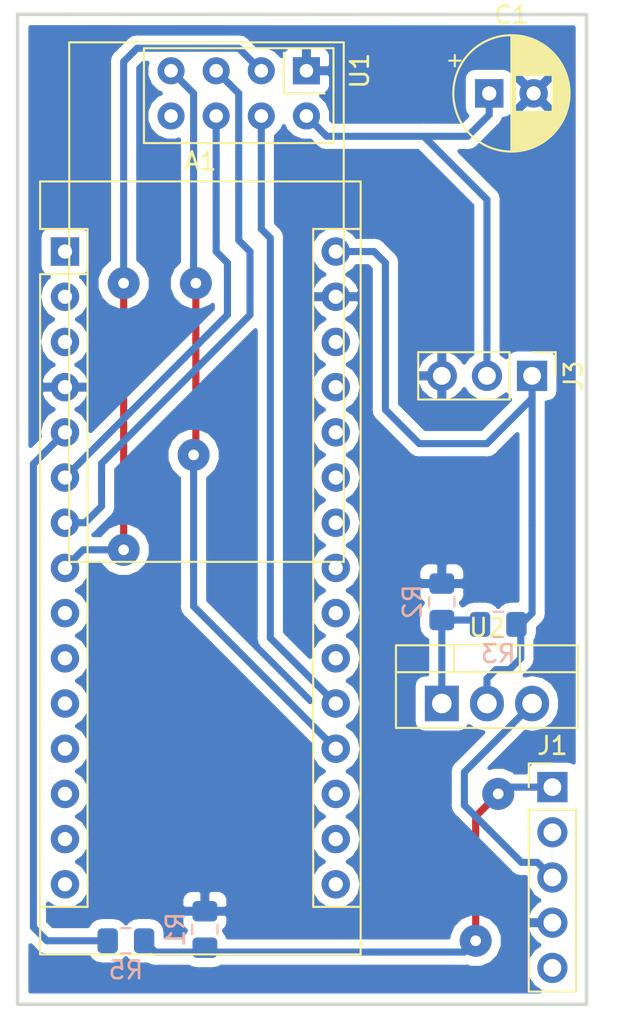
<source format=kicad_pcb>
(kicad_pcb (version 20171130) (host pcbnew 5.0.0+dfsg1-2)

  (general
    (thickness 1.6)
    (drawings 4)
    (tracks 87)
    (zones 0)
    (modules 10)
    (nets 13)
  )

  (page A4)
  (layers
    (0 F.Cu signal)
    (31 B.Cu signal)
    (32 B.Adhes user)
    (33 F.Adhes user)
    (34 B.Paste user)
    (35 F.Paste user)
    (36 B.SilkS user)
    (37 F.SilkS user)
    (38 B.Mask user)
    (39 F.Mask user)
    (40 Dwgs.User user)
    (41 Cmts.User user)
    (42 Eco1.User user)
    (43 Eco2.User user)
    (44 Edge.Cuts user)
    (45 Margin user)
    (46 B.CrtYd user)
    (47 F.CrtYd user)
    (48 B.Fab user)
    (49 F.Fab user)
  )

  (setup
    (last_trace_width 0.4)
    (user_trace_width 0.4)
    (trace_clearance 0.2)
    (zone_clearance 0.508)
    (zone_45_only no)
    (trace_min 0.2)
    (segment_width 0.2)
    (edge_width 0.15)
    (via_size 0.8)
    (via_drill 0.4)
    (via_min_size 0.4)
    (via_min_drill 0.3)
    (user_via 1.8 0.6)
    (uvia_size 0.3)
    (uvia_drill 0.1)
    (uvias_allowed no)
    (uvia_min_size 0.2)
    (uvia_min_drill 0.1)
    (pcb_text_width 0.3)
    (pcb_text_size 1.5 1.5)
    (mod_edge_width 0.15)
    (mod_text_size 1 1)
    (mod_text_width 0.15)
    (pad_size 1.524 1.524)
    (pad_drill 0.762)
    (pad_to_mask_clearance 0.2)
    (aux_axis_origin 0 0)
    (visible_elements FFFFFF7F)
    (pcbplotparams
      (layerselection 0x010fc_ffffffff)
      (usegerberextensions false)
      (usegerberattributes false)
      (usegerberadvancedattributes false)
      (creategerberjobfile false)
      (excludeedgelayer true)
      (linewidth 0.100000)
      (plotframeref false)
      (viasonmask false)
      (mode 1)
      (useauxorigin false)
      (hpglpennumber 1)
      (hpglpenspeed 20)
      (hpglpendiameter 15.000000)
      (psnegative false)
      (psa4output false)
      (plotreference true)
      (plotvalue true)
      (plotinvisibletext false)
      (padsonsilk false)
      (subtractmaskfromsilk false)
      (outputformat 1)
      (mirror false)
      (drillshape 1)
      (scaleselection 1)
      (outputdirectory ""))
  )

  (net 0 "")
  (net 1 +3V3)
  (net 2 GND)
  (net 3 PPM_IN)
  (net 4 SCLK)
  (net 5 MOSI)
  (net 6 MISO)
  (net 7 NRF_CS)
  (net 8 +BATT)
  (net 9 PPM)
  (net 10 NRF_CE)
  (net 11 VCC)
  (net 12 "Net-(R2-Pad2)")

  (net_class Default "Ceci est la Netclass par défaut."
    (clearance 0.2)
    (trace_width 0.25)
    (via_dia 0.8)
    (via_drill 0.4)
    (uvia_dia 0.3)
    (uvia_drill 0.1)
    (add_net +3V3)
    (add_net +BATT)
    (add_net GND)
    (add_net MISO)
    (add_net MOSI)
    (add_net NRF_CE)
    (add_net NRF_CS)
    (add_net "Net-(R2-Pad2)")
    (add_net PPM)
    (add_net PPM_IN)
    (add_net SCLK)
    (add_net VCC)
  )

  (module RF_Module:nRF24L01_Breakout (layer F.Cu) (tedit 5A056C61) (tstamp 5B6B6A22)
    (at 173.99 78.74 270)
    (descr "nRF24L01 breakout board")
    (tags "nRF24L01 adapter breakout")
    (path /5B5F2174)
    (fp_text reference U1 (at 0 -3 270) (layer F.SilkS)
      (effects (font (size 1 1) (thickness 0.15)))
    )
    (fp_text value NRF24L01_Breakout (at 13 5 270) (layer F.Fab)
      (effects (font (size 1 1) (thickness 0.15)))
    )
    (fp_line (start -1.5 -2) (end 27.5 -2) (layer F.Fab) (width 0.1))
    (fp_line (start 27.5 -2) (end 27.5 13.25) (layer F.Fab) (width 0.1))
    (fp_line (start 27.5 13.25) (end -1.5 13.25) (layer F.Fab) (width 0.1))
    (fp_line (start -1.5 13.25) (end -1.5 -2) (layer F.Fab) (width 0.1))
    (fp_line (start -1.5 -2) (end -1.5 -2) (layer F.Fab) (width 0.1))
    (fp_line (start -1.27 -1.27) (end 3.81 -1.27) (layer F.Fab) (width 0.1))
    (fp_line (start 3.81 -1.27) (end 3.81 8.89) (layer F.Fab) (width 0.1))
    (fp_line (start 3.81 8.89) (end -1.27 8.89) (layer F.Fab) (width 0.1))
    (fp_line (start -1.27 8.89) (end -1.27 -1.27) (layer F.Fab) (width 0.1))
    (fp_line (start -1.27 -1.27) (end -1.27 -1.27) (layer F.Fab) (width 0.1))
    (fp_line (start -1.27 -1.524) (end 4.064 -1.524) (layer F.SilkS) (width 0.12))
    (fp_line (start 4.064 -1.524) (end 4.064 9.144) (layer F.SilkS) (width 0.12))
    (fp_line (start 4.064 9.144) (end -1.27 9.144) (layer F.SilkS) (width 0.12))
    (fp_line (start -1.27 9.144) (end -1.27 9.144) (layer F.SilkS) (width 0.12))
    (fp_line (start 1.27 -1.016) (end 1.27 1.27) (layer F.SilkS) (width 0.12))
    (fp_line (start 1.27 1.27) (end -1.016 1.27) (layer F.SilkS) (width 0.12))
    (fp_line (start -1.016 1.27) (end -1.016 1.27) (layer F.SilkS) (width 0.12))
    (fp_line (start -1.6 -2.1) (end 27.6 -2.1) (layer F.SilkS) (width 0.12))
    (fp_line (start 27.6 -2.1) (end 27.6 13.35) (layer F.SilkS) (width 0.12))
    (fp_line (start 27.6 13.35) (end -1.6 13.35) (layer F.SilkS) (width 0.12))
    (fp_line (start -1.6 13.35) (end -1.6 -2.1) (layer F.SilkS) (width 0.12))
    (fp_line (start -1.6 -2.1) (end -1.6 -2.1) (layer F.SilkS) (width 0.12))
    (fp_line (start -1.27 9.144) (end -1.27 -1.524) (layer F.SilkS) (width 0.12))
    (fp_line (start -1.27 -1.524) (end -1.27 -1.524) (layer F.SilkS) (width 0.12))
    (fp_line (start 27.75 -2.25) (end -1.75 -2.25) (layer F.CrtYd) (width 0.05))
    (fp_line (start -1.75 -2.25) (end -1.75 13.5) (layer F.CrtYd) (width 0.05))
    (fp_line (start -1.75 13.5) (end 27.75 13.5) (layer F.CrtYd) (width 0.05))
    (fp_line (start 27.75 13.5) (end 27.75 -2.25) (layer F.CrtYd) (width 0.05))
    (fp_line (start 27.75 -2.25) (end 27.75 -2.25) (layer F.CrtYd) (width 0.05))
    (fp_text user %R (at 12.5 2.5 270) (layer F.Fab)
      (effects (font (size 1 1) (thickness 0.15)))
    )
    (pad 1 thru_hole rect (at 0 0 270) (size 1.524 1.524) (drill 0.762) (layers *.Cu *.Mask)
      (net 2 GND))
    (pad 2 thru_hole circle (at 2.54 0 270) (size 1.524 1.524) (drill 0.762) (layers *.Cu *.Mask)
      (net 1 +3V3))
    (pad 3 thru_hole circle (at 0 2.54 270) (size 1.524 1.524) (drill 0.762) (layers *.Cu *.Mask)
      (net 10 NRF_CE))
    (pad 4 thru_hole circle (at 2.54 2.54 270) (size 1.524 1.524) (drill 0.762) (layers *.Cu *.Mask)
      (net 7 NRF_CS))
    (pad 5 thru_hole circle (at 0 5.08 270) (size 1.524 1.524) (drill 0.762) (layers *.Cu *.Mask)
      (net 4 SCLK))
    (pad 6 thru_hole circle (at 2.54 5.08 270) (size 1.524 1.524) (drill 0.762) (layers *.Cu *.Mask)
      (net 5 MOSI))
    (pad 7 thru_hole circle (at 0 7.62 270) (size 1.524 1.524) (drill 0.762) (layers *.Cu *.Mask)
      (net 6 MISO))
    (pad 8 thru_hole circle (at 2.54 7.62 270) (size 1.524 1.524) (drill 0.762) (layers *.Cu *.Mask))
    (model ${KISYS3DMOD}/RF_Module.3dshapes/nRF24L01_Breakout.wrl
      (at (xyz 0 0 0))
      (scale (xyz 1 1 1))
      (rotate (xyz 0 0 0))
    )
  )

  (module Connector_PinHeader_2.54mm:PinHeader_1x05_P2.54mm_Vertical (layer F.Cu) (tedit 59FED5CC) (tstamp 5B6B6968)
    (at 187.833 118.999)
    (descr "Through hole straight pin header, 1x05, 2.54mm pitch, single row")
    (tags "Through hole pin header THT 1x05 2.54mm single row")
    (path /5B5F2FEB)
    (fp_text reference J1 (at 0 -2.33) (layer F.SilkS)
      (effects (font (size 1 1) (thickness 0.15)))
    )
    (fp_text value Conn_01x05 (at 0 12.49) (layer F.Fab)
      (effects (font (size 1 1) (thickness 0.15)))
    )
    (fp_line (start -0.635 -1.27) (end 1.27 -1.27) (layer F.Fab) (width 0.1))
    (fp_line (start 1.27 -1.27) (end 1.27 11.43) (layer F.Fab) (width 0.1))
    (fp_line (start 1.27 11.43) (end -1.27 11.43) (layer F.Fab) (width 0.1))
    (fp_line (start -1.27 11.43) (end -1.27 -0.635) (layer F.Fab) (width 0.1))
    (fp_line (start -1.27 -0.635) (end -0.635 -1.27) (layer F.Fab) (width 0.1))
    (fp_line (start -1.33 11.49) (end 1.33 11.49) (layer F.SilkS) (width 0.12))
    (fp_line (start -1.33 1.27) (end -1.33 11.49) (layer F.SilkS) (width 0.12))
    (fp_line (start 1.33 1.27) (end 1.33 11.49) (layer F.SilkS) (width 0.12))
    (fp_line (start -1.33 1.27) (end 1.33 1.27) (layer F.SilkS) (width 0.12))
    (fp_line (start -1.33 0) (end -1.33 -1.33) (layer F.SilkS) (width 0.12))
    (fp_line (start -1.33 -1.33) (end 0 -1.33) (layer F.SilkS) (width 0.12))
    (fp_line (start -1.8 -1.8) (end -1.8 11.95) (layer F.CrtYd) (width 0.05))
    (fp_line (start -1.8 11.95) (end 1.8 11.95) (layer F.CrtYd) (width 0.05))
    (fp_line (start 1.8 11.95) (end 1.8 -1.8) (layer F.CrtYd) (width 0.05))
    (fp_line (start 1.8 -1.8) (end -1.8 -1.8) (layer F.CrtYd) (width 0.05))
    (fp_text user %R (at 0 5.08 90) (layer F.Fab)
      (effects (font (size 1 1) (thickness 0.15)))
    )
    (pad 1 thru_hole rect (at 0 0) (size 1.7 1.7) (drill 1) (layers *.Cu *.Mask)
      (net 9 PPM))
    (pad 2 thru_hole oval (at 0 2.54) (size 1.7 1.7) (drill 1) (layers *.Cu *.Mask))
    (pad 3 thru_hole oval (at 0 5.08) (size 1.7 1.7) (drill 1) (layers *.Cu *.Mask)
      (net 8 +BATT))
    (pad 4 thru_hole oval (at 0 7.62) (size 1.7 1.7) (drill 1) (layers *.Cu *.Mask)
      (net 2 GND))
    (pad 5 thru_hole oval (at 0 10.16) (size 1.7 1.7) (drill 1) (layers *.Cu *.Mask))
    (model ${KISYS3DMOD}/Connector_PinHeader_2.54mm.3dshapes/PinHeader_1x05_P2.54mm_Vertical.wrl
      (at (xyz 0 0 0))
      (scale (xyz 1 1 1))
      (rotate (xyz 0 0 0))
    )
  )

  (module Connector_PinHeader_2.54mm:PinHeader_1x03_P2.54mm_Vertical (layer F.Cu) (tedit 59FED5CC) (tstamp 5B849C22)
    (at 186.69 95.885 270)
    (descr "Through hole straight pin header, 1x03, 2.54mm pitch, single row")
    (tags "Through hole pin header THT 1x03 2.54mm single row")
    (path /5B6218AB)
    (fp_text reference J3 (at 0 -2.33 270) (layer F.SilkS)
      (effects (font (size 1 1) (thickness 0.15)))
    )
    (fp_text value Conn_01x03 (at 0 7.41 270) (layer F.Fab)
      (effects (font (size 1 1) (thickness 0.15)))
    )
    (fp_line (start -0.635 -1.27) (end 1.27 -1.27) (layer F.Fab) (width 0.1))
    (fp_line (start 1.27 -1.27) (end 1.27 6.35) (layer F.Fab) (width 0.1))
    (fp_line (start 1.27 6.35) (end -1.27 6.35) (layer F.Fab) (width 0.1))
    (fp_line (start -1.27 6.35) (end -1.27 -0.635) (layer F.Fab) (width 0.1))
    (fp_line (start -1.27 -0.635) (end -0.635 -1.27) (layer F.Fab) (width 0.1))
    (fp_line (start -1.33 6.41) (end 1.33 6.41) (layer F.SilkS) (width 0.12))
    (fp_line (start -1.33 1.27) (end -1.33 6.41) (layer F.SilkS) (width 0.12))
    (fp_line (start 1.33 1.27) (end 1.33 6.41) (layer F.SilkS) (width 0.12))
    (fp_line (start -1.33 1.27) (end 1.33 1.27) (layer F.SilkS) (width 0.12))
    (fp_line (start -1.33 0) (end -1.33 -1.33) (layer F.SilkS) (width 0.12))
    (fp_line (start -1.33 -1.33) (end 0 -1.33) (layer F.SilkS) (width 0.12))
    (fp_line (start -1.8 -1.8) (end -1.8 6.85) (layer F.CrtYd) (width 0.05))
    (fp_line (start -1.8 6.85) (end 1.8 6.85) (layer F.CrtYd) (width 0.05))
    (fp_line (start 1.8 6.85) (end 1.8 -1.8) (layer F.CrtYd) (width 0.05))
    (fp_line (start 1.8 -1.8) (end -1.8 -1.8) (layer F.CrtYd) (width 0.05))
    (fp_text user %R (at 0 2.54) (layer F.Fab)
      (effects (font (size 1 1) (thickness 0.15)))
    )
    (pad 1 thru_hole rect (at 0 0 270) (size 1.7 1.7) (drill 1) (layers *.Cu *.Mask)
      (net 11 VCC))
    (pad 2 thru_hole oval (at 0 2.54 270) (size 1.7 1.7) (drill 1) (layers *.Cu *.Mask)
      (net 1 +3V3))
    (pad 3 thru_hole oval (at 0 5.08 270) (size 1.7 1.7) (drill 1) (layers *.Cu *.Mask)
      (net 2 GND))
    (model ${KISYS3DMOD}/Connector_PinHeader_2.54mm.3dshapes/PinHeader_1x03_P2.54mm_Vertical.wrl
      (at (xyz 0 0 0))
      (scale (xyz 1 1 1))
      (rotate (xyz 0 0 0))
    )
  )

  (module Module:Arduino_Nano (layer F.Cu) (tedit 58ACAF70) (tstamp 5B849F13)
    (at 160.401 88.9)
    (descr "Arduino Nano, http://www.mouser.com/pdfdocs/Gravitech_Arduino_Nano3_0.pdf")
    (tags "Arduino Nano")
    (path /5B62C64B)
    (fp_text reference A1 (at 7.62 -5.08) (layer F.SilkS)
      (effects (font (size 1 1) (thickness 0.15)))
    )
    (fp_text value Arduino_Nano_v3.x (at 8.89 19.05 90) (layer F.Fab)
      (effects (font (size 1 1) (thickness 0.15)))
    )
    (fp_text user %R (at 6.35 19.05 90) (layer F.Fab)
      (effects (font (size 1 1) (thickness 0.15)))
    )
    (fp_line (start 1.27 1.27) (end 1.27 -1.27) (layer F.SilkS) (width 0.12))
    (fp_line (start 1.27 -1.27) (end -1.4 -1.27) (layer F.SilkS) (width 0.12))
    (fp_line (start -1.4 1.27) (end -1.4 39.5) (layer F.SilkS) (width 0.12))
    (fp_line (start -1.4 -3.94) (end -1.4 -1.27) (layer F.SilkS) (width 0.12))
    (fp_line (start 13.97 -1.27) (end 16.64 -1.27) (layer F.SilkS) (width 0.12))
    (fp_line (start 13.97 -1.27) (end 13.97 36.83) (layer F.SilkS) (width 0.12))
    (fp_line (start 13.97 36.83) (end 16.64 36.83) (layer F.SilkS) (width 0.12))
    (fp_line (start 1.27 1.27) (end -1.4 1.27) (layer F.SilkS) (width 0.12))
    (fp_line (start 1.27 1.27) (end 1.27 36.83) (layer F.SilkS) (width 0.12))
    (fp_line (start 1.27 36.83) (end -1.4 36.83) (layer F.SilkS) (width 0.12))
    (fp_line (start 3.81 31.75) (end 11.43 31.75) (layer F.Fab) (width 0.1))
    (fp_line (start 11.43 31.75) (end 11.43 41.91) (layer F.Fab) (width 0.1))
    (fp_line (start 11.43 41.91) (end 3.81 41.91) (layer F.Fab) (width 0.1))
    (fp_line (start 3.81 41.91) (end 3.81 31.75) (layer F.Fab) (width 0.1))
    (fp_line (start -1.4 39.5) (end 16.64 39.5) (layer F.SilkS) (width 0.12))
    (fp_line (start 16.64 39.5) (end 16.64 -3.94) (layer F.SilkS) (width 0.12))
    (fp_line (start 16.64 -3.94) (end -1.4 -3.94) (layer F.SilkS) (width 0.12))
    (fp_line (start 16.51 39.37) (end -1.27 39.37) (layer F.Fab) (width 0.1))
    (fp_line (start -1.27 39.37) (end -1.27 -2.54) (layer F.Fab) (width 0.1))
    (fp_line (start -1.27 -2.54) (end 0 -3.81) (layer F.Fab) (width 0.1))
    (fp_line (start 0 -3.81) (end 16.51 -3.81) (layer F.Fab) (width 0.1))
    (fp_line (start 16.51 -3.81) (end 16.51 39.37) (layer F.Fab) (width 0.1))
    (fp_line (start -1.53 -4.06) (end 16.75 -4.06) (layer F.CrtYd) (width 0.05))
    (fp_line (start -1.53 -4.06) (end -1.53 42.16) (layer F.CrtYd) (width 0.05))
    (fp_line (start 16.75 42.16) (end 16.75 -4.06) (layer F.CrtYd) (width 0.05))
    (fp_line (start 16.75 42.16) (end -1.53 42.16) (layer F.CrtYd) (width 0.05))
    (pad 1 thru_hole rect (at 0 0) (size 1.6 1.6) (drill 0.8) (layers *.Cu *.Mask))
    (pad 17 thru_hole oval (at 15.24 33.02) (size 1.6 1.6) (drill 0.8) (layers *.Cu *.Mask))
    (pad 2 thru_hole oval (at 0 2.54) (size 1.6 1.6) (drill 0.8) (layers *.Cu *.Mask))
    (pad 18 thru_hole oval (at 15.24 30.48) (size 1.6 1.6) (drill 0.8) (layers *.Cu *.Mask))
    (pad 3 thru_hole oval (at 0 5.08) (size 1.6 1.6) (drill 0.8) (layers *.Cu *.Mask))
    (pad 19 thru_hole oval (at 15.24 27.94) (size 1.6 1.6) (drill 0.8) (layers *.Cu *.Mask)
      (net 6 MISO))
    (pad 4 thru_hole oval (at 0 7.62) (size 1.6 1.6) (drill 0.8) (layers *.Cu *.Mask)
      (net 2 GND))
    (pad 20 thru_hole oval (at 15.24 25.4) (size 1.6 1.6) (drill 0.8) (layers *.Cu *.Mask)
      (net 7 NRF_CS))
    (pad 5 thru_hole oval (at 0 10.16) (size 1.6 1.6) (drill 0.8) (layers *.Cu *.Mask)
      (net 3 PPM_IN))
    (pad 21 thru_hole oval (at 15.24 22.86) (size 1.6 1.6) (drill 0.8) (layers *.Cu *.Mask))
    (pad 6 thru_hole oval (at 0 12.7) (size 1.6 1.6) (drill 0.8) (layers *.Cu *.Mask)
      (net 5 MOSI))
    (pad 22 thru_hole oval (at 15.24 20.32) (size 1.6 1.6) (drill 0.8) (layers *.Cu *.Mask))
    (pad 7 thru_hole oval (at 0 15.24) (size 1.6 1.6) (drill 0.8) (layers *.Cu *.Mask)
      (net 4 SCLK))
    (pad 23 thru_hole oval (at 15.24 17.78) (size 1.6 1.6) (drill 0.8) (layers *.Cu *.Mask))
    (pad 8 thru_hole oval (at 0 17.78) (size 1.6 1.6) (drill 0.8) (layers *.Cu *.Mask)
      (net 10 NRF_CE))
    (pad 24 thru_hole oval (at 15.24 15.24) (size 1.6 1.6) (drill 0.8) (layers *.Cu *.Mask))
    (pad 9 thru_hole oval (at 0 20.32) (size 1.6 1.6) (drill 0.8) (layers *.Cu *.Mask))
    (pad 25 thru_hole oval (at 15.24 12.7) (size 1.6 1.6) (drill 0.8) (layers *.Cu *.Mask))
    (pad 10 thru_hole oval (at 0 22.86) (size 1.6 1.6) (drill 0.8) (layers *.Cu *.Mask))
    (pad 26 thru_hole oval (at 15.24 10.16) (size 1.6 1.6) (drill 0.8) (layers *.Cu *.Mask))
    (pad 11 thru_hole oval (at 0 25.4) (size 1.6 1.6) (drill 0.8) (layers *.Cu *.Mask))
    (pad 27 thru_hole oval (at 15.24 7.62) (size 1.6 1.6) (drill 0.8) (layers *.Cu *.Mask))
    (pad 12 thru_hole oval (at 0 27.94) (size 1.6 1.6) (drill 0.8) (layers *.Cu *.Mask))
    (pad 28 thru_hole oval (at 15.24 5.08) (size 1.6 1.6) (drill 0.8) (layers *.Cu *.Mask))
    (pad 13 thru_hole oval (at 0 30.48) (size 1.6 1.6) (drill 0.8) (layers *.Cu *.Mask))
    (pad 29 thru_hole oval (at 15.24 2.54) (size 1.6 1.6) (drill 0.8) (layers *.Cu *.Mask)
      (net 2 GND))
    (pad 14 thru_hole oval (at 0 33.02) (size 1.6 1.6) (drill 0.8) (layers *.Cu *.Mask))
    (pad 30 thru_hole oval (at 15.24 0) (size 1.6 1.6) (drill 0.8) (layers *.Cu *.Mask)
      (net 11 VCC))
    (pad 15 thru_hole oval (at 0 35.56) (size 1.6 1.6) (drill 0.8) (layers *.Cu *.Mask))
    (pad 16 thru_hole oval (at 15.24 35.56) (size 1.6 1.6) (drill 0.8) (layers *.Cu *.Mask))
    (model ${KISYS3DMOD}/Module.3dshapes/Arduino_Nano_WithMountingHoles.wrl
      (at (xyz 0 0 0))
      (scale (xyz 1 1 1))
      (rotate (xyz 0 0 0))
    )
  )

  (module Capacitor_THT:CP_Radial_D6.3mm_P2.50mm (layer F.Cu) (tedit 5AE50EF0) (tstamp 5B796FFA)
    (at 184.277 80.01)
    (descr "CP, Radial series, Radial, pin pitch=2.50mm, , diameter=6.3mm, Electrolytic Capacitor")
    (tags "CP Radial series Radial pin pitch 2.50mm  diameter 6.3mm Electrolytic Capacitor")
    (path /5B61C70B)
    (fp_text reference C1 (at 1.25 -4.4) (layer F.SilkS)
      (effects (font (size 1 1) (thickness 0.15)))
    )
    (fp_text value CP (at 1.25 4.4) (layer F.Fab)
      (effects (font (size 1 1) (thickness 0.15)))
    )
    (fp_circle (center 1.25 0) (end 4.4 0) (layer F.Fab) (width 0.1))
    (fp_circle (center 1.25 0) (end 4.52 0) (layer F.SilkS) (width 0.12))
    (fp_circle (center 1.25 0) (end 4.65 0) (layer F.CrtYd) (width 0.05))
    (fp_line (start -1.443972 -1.3735) (end -0.813972 -1.3735) (layer F.Fab) (width 0.1))
    (fp_line (start -1.128972 -1.6885) (end -1.128972 -1.0585) (layer F.Fab) (width 0.1))
    (fp_line (start 1.25 -3.23) (end 1.25 3.23) (layer F.SilkS) (width 0.12))
    (fp_line (start 1.29 -3.23) (end 1.29 3.23) (layer F.SilkS) (width 0.12))
    (fp_line (start 1.33 -3.23) (end 1.33 3.23) (layer F.SilkS) (width 0.12))
    (fp_line (start 1.37 -3.228) (end 1.37 3.228) (layer F.SilkS) (width 0.12))
    (fp_line (start 1.41 -3.227) (end 1.41 3.227) (layer F.SilkS) (width 0.12))
    (fp_line (start 1.45 -3.224) (end 1.45 3.224) (layer F.SilkS) (width 0.12))
    (fp_line (start 1.49 -3.222) (end 1.49 -1.04) (layer F.SilkS) (width 0.12))
    (fp_line (start 1.49 1.04) (end 1.49 3.222) (layer F.SilkS) (width 0.12))
    (fp_line (start 1.53 -3.218) (end 1.53 -1.04) (layer F.SilkS) (width 0.12))
    (fp_line (start 1.53 1.04) (end 1.53 3.218) (layer F.SilkS) (width 0.12))
    (fp_line (start 1.57 -3.215) (end 1.57 -1.04) (layer F.SilkS) (width 0.12))
    (fp_line (start 1.57 1.04) (end 1.57 3.215) (layer F.SilkS) (width 0.12))
    (fp_line (start 1.61 -3.211) (end 1.61 -1.04) (layer F.SilkS) (width 0.12))
    (fp_line (start 1.61 1.04) (end 1.61 3.211) (layer F.SilkS) (width 0.12))
    (fp_line (start 1.65 -3.206) (end 1.65 -1.04) (layer F.SilkS) (width 0.12))
    (fp_line (start 1.65 1.04) (end 1.65 3.206) (layer F.SilkS) (width 0.12))
    (fp_line (start 1.69 -3.201) (end 1.69 -1.04) (layer F.SilkS) (width 0.12))
    (fp_line (start 1.69 1.04) (end 1.69 3.201) (layer F.SilkS) (width 0.12))
    (fp_line (start 1.73 -3.195) (end 1.73 -1.04) (layer F.SilkS) (width 0.12))
    (fp_line (start 1.73 1.04) (end 1.73 3.195) (layer F.SilkS) (width 0.12))
    (fp_line (start 1.77 -3.189) (end 1.77 -1.04) (layer F.SilkS) (width 0.12))
    (fp_line (start 1.77 1.04) (end 1.77 3.189) (layer F.SilkS) (width 0.12))
    (fp_line (start 1.81 -3.182) (end 1.81 -1.04) (layer F.SilkS) (width 0.12))
    (fp_line (start 1.81 1.04) (end 1.81 3.182) (layer F.SilkS) (width 0.12))
    (fp_line (start 1.85 -3.175) (end 1.85 -1.04) (layer F.SilkS) (width 0.12))
    (fp_line (start 1.85 1.04) (end 1.85 3.175) (layer F.SilkS) (width 0.12))
    (fp_line (start 1.89 -3.167) (end 1.89 -1.04) (layer F.SilkS) (width 0.12))
    (fp_line (start 1.89 1.04) (end 1.89 3.167) (layer F.SilkS) (width 0.12))
    (fp_line (start 1.93 -3.159) (end 1.93 -1.04) (layer F.SilkS) (width 0.12))
    (fp_line (start 1.93 1.04) (end 1.93 3.159) (layer F.SilkS) (width 0.12))
    (fp_line (start 1.971 -3.15) (end 1.971 -1.04) (layer F.SilkS) (width 0.12))
    (fp_line (start 1.971 1.04) (end 1.971 3.15) (layer F.SilkS) (width 0.12))
    (fp_line (start 2.011 -3.141) (end 2.011 -1.04) (layer F.SilkS) (width 0.12))
    (fp_line (start 2.011 1.04) (end 2.011 3.141) (layer F.SilkS) (width 0.12))
    (fp_line (start 2.051 -3.131) (end 2.051 -1.04) (layer F.SilkS) (width 0.12))
    (fp_line (start 2.051 1.04) (end 2.051 3.131) (layer F.SilkS) (width 0.12))
    (fp_line (start 2.091 -3.121) (end 2.091 -1.04) (layer F.SilkS) (width 0.12))
    (fp_line (start 2.091 1.04) (end 2.091 3.121) (layer F.SilkS) (width 0.12))
    (fp_line (start 2.131 -3.11) (end 2.131 -1.04) (layer F.SilkS) (width 0.12))
    (fp_line (start 2.131 1.04) (end 2.131 3.11) (layer F.SilkS) (width 0.12))
    (fp_line (start 2.171 -3.098) (end 2.171 -1.04) (layer F.SilkS) (width 0.12))
    (fp_line (start 2.171 1.04) (end 2.171 3.098) (layer F.SilkS) (width 0.12))
    (fp_line (start 2.211 -3.086) (end 2.211 -1.04) (layer F.SilkS) (width 0.12))
    (fp_line (start 2.211 1.04) (end 2.211 3.086) (layer F.SilkS) (width 0.12))
    (fp_line (start 2.251 -3.074) (end 2.251 -1.04) (layer F.SilkS) (width 0.12))
    (fp_line (start 2.251 1.04) (end 2.251 3.074) (layer F.SilkS) (width 0.12))
    (fp_line (start 2.291 -3.061) (end 2.291 -1.04) (layer F.SilkS) (width 0.12))
    (fp_line (start 2.291 1.04) (end 2.291 3.061) (layer F.SilkS) (width 0.12))
    (fp_line (start 2.331 -3.047) (end 2.331 -1.04) (layer F.SilkS) (width 0.12))
    (fp_line (start 2.331 1.04) (end 2.331 3.047) (layer F.SilkS) (width 0.12))
    (fp_line (start 2.371 -3.033) (end 2.371 -1.04) (layer F.SilkS) (width 0.12))
    (fp_line (start 2.371 1.04) (end 2.371 3.033) (layer F.SilkS) (width 0.12))
    (fp_line (start 2.411 -3.018) (end 2.411 -1.04) (layer F.SilkS) (width 0.12))
    (fp_line (start 2.411 1.04) (end 2.411 3.018) (layer F.SilkS) (width 0.12))
    (fp_line (start 2.451 -3.002) (end 2.451 -1.04) (layer F.SilkS) (width 0.12))
    (fp_line (start 2.451 1.04) (end 2.451 3.002) (layer F.SilkS) (width 0.12))
    (fp_line (start 2.491 -2.986) (end 2.491 -1.04) (layer F.SilkS) (width 0.12))
    (fp_line (start 2.491 1.04) (end 2.491 2.986) (layer F.SilkS) (width 0.12))
    (fp_line (start 2.531 -2.97) (end 2.531 -1.04) (layer F.SilkS) (width 0.12))
    (fp_line (start 2.531 1.04) (end 2.531 2.97) (layer F.SilkS) (width 0.12))
    (fp_line (start 2.571 -2.952) (end 2.571 -1.04) (layer F.SilkS) (width 0.12))
    (fp_line (start 2.571 1.04) (end 2.571 2.952) (layer F.SilkS) (width 0.12))
    (fp_line (start 2.611 -2.934) (end 2.611 -1.04) (layer F.SilkS) (width 0.12))
    (fp_line (start 2.611 1.04) (end 2.611 2.934) (layer F.SilkS) (width 0.12))
    (fp_line (start 2.651 -2.916) (end 2.651 -1.04) (layer F.SilkS) (width 0.12))
    (fp_line (start 2.651 1.04) (end 2.651 2.916) (layer F.SilkS) (width 0.12))
    (fp_line (start 2.691 -2.896) (end 2.691 -1.04) (layer F.SilkS) (width 0.12))
    (fp_line (start 2.691 1.04) (end 2.691 2.896) (layer F.SilkS) (width 0.12))
    (fp_line (start 2.731 -2.876) (end 2.731 -1.04) (layer F.SilkS) (width 0.12))
    (fp_line (start 2.731 1.04) (end 2.731 2.876) (layer F.SilkS) (width 0.12))
    (fp_line (start 2.771 -2.856) (end 2.771 -1.04) (layer F.SilkS) (width 0.12))
    (fp_line (start 2.771 1.04) (end 2.771 2.856) (layer F.SilkS) (width 0.12))
    (fp_line (start 2.811 -2.834) (end 2.811 -1.04) (layer F.SilkS) (width 0.12))
    (fp_line (start 2.811 1.04) (end 2.811 2.834) (layer F.SilkS) (width 0.12))
    (fp_line (start 2.851 -2.812) (end 2.851 -1.04) (layer F.SilkS) (width 0.12))
    (fp_line (start 2.851 1.04) (end 2.851 2.812) (layer F.SilkS) (width 0.12))
    (fp_line (start 2.891 -2.79) (end 2.891 -1.04) (layer F.SilkS) (width 0.12))
    (fp_line (start 2.891 1.04) (end 2.891 2.79) (layer F.SilkS) (width 0.12))
    (fp_line (start 2.931 -2.766) (end 2.931 -1.04) (layer F.SilkS) (width 0.12))
    (fp_line (start 2.931 1.04) (end 2.931 2.766) (layer F.SilkS) (width 0.12))
    (fp_line (start 2.971 -2.742) (end 2.971 -1.04) (layer F.SilkS) (width 0.12))
    (fp_line (start 2.971 1.04) (end 2.971 2.742) (layer F.SilkS) (width 0.12))
    (fp_line (start 3.011 -2.716) (end 3.011 -1.04) (layer F.SilkS) (width 0.12))
    (fp_line (start 3.011 1.04) (end 3.011 2.716) (layer F.SilkS) (width 0.12))
    (fp_line (start 3.051 -2.69) (end 3.051 -1.04) (layer F.SilkS) (width 0.12))
    (fp_line (start 3.051 1.04) (end 3.051 2.69) (layer F.SilkS) (width 0.12))
    (fp_line (start 3.091 -2.664) (end 3.091 -1.04) (layer F.SilkS) (width 0.12))
    (fp_line (start 3.091 1.04) (end 3.091 2.664) (layer F.SilkS) (width 0.12))
    (fp_line (start 3.131 -2.636) (end 3.131 -1.04) (layer F.SilkS) (width 0.12))
    (fp_line (start 3.131 1.04) (end 3.131 2.636) (layer F.SilkS) (width 0.12))
    (fp_line (start 3.171 -2.607) (end 3.171 -1.04) (layer F.SilkS) (width 0.12))
    (fp_line (start 3.171 1.04) (end 3.171 2.607) (layer F.SilkS) (width 0.12))
    (fp_line (start 3.211 -2.578) (end 3.211 -1.04) (layer F.SilkS) (width 0.12))
    (fp_line (start 3.211 1.04) (end 3.211 2.578) (layer F.SilkS) (width 0.12))
    (fp_line (start 3.251 -2.548) (end 3.251 -1.04) (layer F.SilkS) (width 0.12))
    (fp_line (start 3.251 1.04) (end 3.251 2.548) (layer F.SilkS) (width 0.12))
    (fp_line (start 3.291 -2.516) (end 3.291 -1.04) (layer F.SilkS) (width 0.12))
    (fp_line (start 3.291 1.04) (end 3.291 2.516) (layer F.SilkS) (width 0.12))
    (fp_line (start 3.331 -2.484) (end 3.331 -1.04) (layer F.SilkS) (width 0.12))
    (fp_line (start 3.331 1.04) (end 3.331 2.484) (layer F.SilkS) (width 0.12))
    (fp_line (start 3.371 -2.45) (end 3.371 -1.04) (layer F.SilkS) (width 0.12))
    (fp_line (start 3.371 1.04) (end 3.371 2.45) (layer F.SilkS) (width 0.12))
    (fp_line (start 3.411 -2.416) (end 3.411 -1.04) (layer F.SilkS) (width 0.12))
    (fp_line (start 3.411 1.04) (end 3.411 2.416) (layer F.SilkS) (width 0.12))
    (fp_line (start 3.451 -2.38) (end 3.451 -1.04) (layer F.SilkS) (width 0.12))
    (fp_line (start 3.451 1.04) (end 3.451 2.38) (layer F.SilkS) (width 0.12))
    (fp_line (start 3.491 -2.343) (end 3.491 -1.04) (layer F.SilkS) (width 0.12))
    (fp_line (start 3.491 1.04) (end 3.491 2.343) (layer F.SilkS) (width 0.12))
    (fp_line (start 3.531 -2.305) (end 3.531 -1.04) (layer F.SilkS) (width 0.12))
    (fp_line (start 3.531 1.04) (end 3.531 2.305) (layer F.SilkS) (width 0.12))
    (fp_line (start 3.571 -2.265) (end 3.571 2.265) (layer F.SilkS) (width 0.12))
    (fp_line (start 3.611 -2.224) (end 3.611 2.224) (layer F.SilkS) (width 0.12))
    (fp_line (start 3.651 -2.182) (end 3.651 2.182) (layer F.SilkS) (width 0.12))
    (fp_line (start 3.691 -2.137) (end 3.691 2.137) (layer F.SilkS) (width 0.12))
    (fp_line (start 3.731 -2.092) (end 3.731 2.092) (layer F.SilkS) (width 0.12))
    (fp_line (start 3.771 -2.044) (end 3.771 2.044) (layer F.SilkS) (width 0.12))
    (fp_line (start 3.811 -1.995) (end 3.811 1.995) (layer F.SilkS) (width 0.12))
    (fp_line (start 3.851 -1.944) (end 3.851 1.944) (layer F.SilkS) (width 0.12))
    (fp_line (start 3.891 -1.89) (end 3.891 1.89) (layer F.SilkS) (width 0.12))
    (fp_line (start 3.931 -1.834) (end 3.931 1.834) (layer F.SilkS) (width 0.12))
    (fp_line (start 3.971 -1.776) (end 3.971 1.776) (layer F.SilkS) (width 0.12))
    (fp_line (start 4.011 -1.714) (end 4.011 1.714) (layer F.SilkS) (width 0.12))
    (fp_line (start 4.051 -1.65) (end 4.051 1.65) (layer F.SilkS) (width 0.12))
    (fp_line (start 4.091 -1.581) (end 4.091 1.581) (layer F.SilkS) (width 0.12))
    (fp_line (start 4.131 -1.509) (end 4.131 1.509) (layer F.SilkS) (width 0.12))
    (fp_line (start 4.171 -1.432) (end 4.171 1.432) (layer F.SilkS) (width 0.12))
    (fp_line (start 4.211 -1.35) (end 4.211 1.35) (layer F.SilkS) (width 0.12))
    (fp_line (start 4.251 -1.262) (end 4.251 1.262) (layer F.SilkS) (width 0.12))
    (fp_line (start 4.291 -1.165) (end 4.291 1.165) (layer F.SilkS) (width 0.12))
    (fp_line (start 4.331 -1.059) (end 4.331 1.059) (layer F.SilkS) (width 0.12))
    (fp_line (start 4.371 -0.94) (end 4.371 0.94) (layer F.SilkS) (width 0.12))
    (fp_line (start 4.411 -0.802) (end 4.411 0.802) (layer F.SilkS) (width 0.12))
    (fp_line (start 4.451 -0.633) (end 4.451 0.633) (layer F.SilkS) (width 0.12))
    (fp_line (start 4.491 -0.402) (end 4.491 0.402) (layer F.SilkS) (width 0.12))
    (fp_line (start -2.250241 -1.839) (end -1.620241 -1.839) (layer F.SilkS) (width 0.12))
    (fp_line (start -1.935241 -2.154) (end -1.935241 -1.524) (layer F.SilkS) (width 0.12))
    (fp_text user %R (at 1.25 0) (layer F.Fab)
      (effects (font (size 1 1) (thickness 0.15)))
    )
    (pad 1 thru_hole rect (at 0 0) (size 1.6 1.6) (drill 0.8) (layers *.Cu *.Mask)
      (net 1 +3V3))
    (pad 2 thru_hole circle (at 2.5 0) (size 1.6 1.6) (drill 0.8) (layers *.Cu *.Mask)
      (net 2 GND))
    (model ${KISYS3DMOD}/Capacitor_THT.3dshapes/CP_Radial_D6.3mm_P2.50mm.wrl
      (at (xyz 0 0 0))
      (scale (xyz 1 1 1))
      (rotate (xyz 0 0 0))
    )
  )

  (module Resistor_SMD:R_0805_2012Metric_Pad1.15x1.40mm_HandSolder (layer B.Cu) (tedit 5B36C52B) (tstamp 5B76377E)
    (at 168.275 127 270)
    (descr "Resistor SMD 0805 (2012 Metric), square (rectangular) end terminal, IPC_7351 nominal with elongated pad for handsoldering. (Body size source: https://docs.google.com/spreadsheets/d/1BsfQQcO9C6DZCsRaXUlFlo91Tg2WpOkGARC1WS5S8t0/edit?usp=sharing), generated with kicad-footprint-generator")
    (tags "resistor handsolder")
    (path /5B622525)
    (attr smd)
    (fp_text reference R1 (at 0 1.65 270) (layer B.SilkS)
      (effects (font (size 1 1) (thickness 0.15)) (justify mirror))
    )
    (fp_text value 10K (at 0 -1.65 270) (layer B.Fab)
      (effects (font (size 1 1) (thickness 0.15)) (justify mirror))
    )
    (fp_line (start -1 -0.6) (end -1 0.6) (layer B.Fab) (width 0.1))
    (fp_line (start -1 0.6) (end 1 0.6) (layer B.Fab) (width 0.1))
    (fp_line (start 1 0.6) (end 1 -0.6) (layer B.Fab) (width 0.1))
    (fp_line (start 1 -0.6) (end -1 -0.6) (layer B.Fab) (width 0.1))
    (fp_line (start -0.261252 0.71) (end 0.261252 0.71) (layer B.SilkS) (width 0.12))
    (fp_line (start -0.261252 -0.71) (end 0.261252 -0.71) (layer B.SilkS) (width 0.12))
    (fp_line (start -1.85 -0.95) (end -1.85 0.95) (layer B.CrtYd) (width 0.05))
    (fp_line (start -1.85 0.95) (end 1.85 0.95) (layer B.CrtYd) (width 0.05))
    (fp_line (start 1.85 0.95) (end 1.85 -0.95) (layer B.CrtYd) (width 0.05))
    (fp_line (start 1.85 -0.95) (end -1.85 -0.95) (layer B.CrtYd) (width 0.05))
    (fp_text user %R (at 0 0 270) (layer B.Fab)
      (effects (font (size 0.5 0.5) (thickness 0.08)) (justify mirror))
    )
    (pad 1 smd roundrect (at -1.025 0 270) (size 1.15 1.4) (layers B.Cu B.Paste B.Mask) (roundrect_rratio 0.217391)
      (net 2 GND))
    (pad 2 smd roundrect (at 1.025 0 270) (size 1.15 1.4) (layers B.Cu B.Paste B.Mask) (roundrect_rratio 0.217391)
      (net 9 PPM))
    (model ${KISYS3DMOD}/Resistor_SMD.3dshapes/R_0805_2012Metric.wrl
      (at (xyz 0 0 0))
      (scale (xyz 1 1 1))
      (rotate (xyz 0 0 0))
    )
  )

  (module Resistor_SMD:R_0805_2012Metric_Pad1.15x1.40mm_HandSolder (layer B.Cu) (tedit 5B36C52B) (tstamp 5B76390F)
    (at 181.61 108.585 270)
    (descr "Resistor SMD 0805 (2012 Metric), square (rectangular) end terminal, IPC_7351 nominal with elongated pad for handsoldering. (Body size source: https://docs.google.com/spreadsheets/d/1BsfQQcO9C6DZCsRaXUlFlo91Tg2WpOkGARC1WS5S8t0/edit?usp=sharing), generated with kicad-footprint-generator")
    (tags "resistor handsolder")
    (path /5B6A1D1C)
    (attr smd)
    (fp_text reference R2 (at 0 1.65 270) (layer B.SilkS)
      (effects (font (size 1 1) (thickness 0.15)) (justify mirror))
    )
    (fp_text value 1.2K (at 0 -1.65 270) (layer B.Fab)
      (effects (font (size 1 1) (thickness 0.15)) (justify mirror))
    )
    (fp_text user %R (at 0 0 270) (layer B.Fab)
      (effects (font (size 0.5 0.5) (thickness 0.08)) (justify mirror))
    )
    (fp_line (start 1.85 -0.95) (end -1.85 -0.95) (layer B.CrtYd) (width 0.05))
    (fp_line (start 1.85 0.95) (end 1.85 -0.95) (layer B.CrtYd) (width 0.05))
    (fp_line (start -1.85 0.95) (end 1.85 0.95) (layer B.CrtYd) (width 0.05))
    (fp_line (start -1.85 -0.95) (end -1.85 0.95) (layer B.CrtYd) (width 0.05))
    (fp_line (start -0.261252 -0.71) (end 0.261252 -0.71) (layer B.SilkS) (width 0.12))
    (fp_line (start -0.261252 0.71) (end 0.261252 0.71) (layer B.SilkS) (width 0.12))
    (fp_line (start 1 -0.6) (end -1 -0.6) (layer B.Fab) (width 0.1))
    (fp_line (start 1 0.6) (end 1 -0.6) (layer B.Fab) (width 0.1))
    (fp_line (start -1 0.6) (end 1 0.6) (layer B.Fab) (width 0.1))
    (fp_line (start -1 -0.6) (end -1 0.6) (layer B.Fab) (width 0.1))
    (pad 2 smd roundrect (at 1.025 0 270) (size 1.15 1.4) (layers B.Cu B.Paste B.Mask) (roundrect_rratio 0.217391)
      (net 12 "Net-(R2-Pad2)"))
    (pad 1 smd roundrect (at -1.025 0 270) (size 1.15 1.4) (layers B.Cu B.Paste B.Mask) (roundrect_rratio 0.217391)
      (net 2 GND))
    (model ${KISYS3DMOD}/Resistor_SMD.3dshapes/R_0805_2012Metric.wrl
      (at (xyz 0 0 0))
      (scale (xyz 1 1 1))
      (rotate (xyz 0 0 0))
    )
  )

  (module Package_TO_SOT_THT:TO-220-3_Vertical (layer F.Cu) (tedit 5AC8BA0D) (tstamp 5B7640EB)
    (at 181.61 114.3)
    (descr "TO-220-3, Vertical, RM 2.54mm, see https://www.vishay.com/docs/66542/to-220-1.pdf")
    (tags "TO-220-3 Vertical RM 2.54mm")
    (path /5B8AB368)
    (fp_text reference U2 (at 2.54 -4.27) (layer F.SilkS)
      (effects (font (size 1 1) (thickness 0.15)))
    )
    (fp_text value LM317_3PinPackage (at 2.54 2.5) (layer F.Fab)
      (effects (font (size 1 1) (thickness 0.15)))
    )
    (fp_line (start -2.46 -3.15) (end -2.46 1.25) (layer F.Fab) (width 0.1))
    (fp_line (start -2.46 1.25) (end 7.54 1.25) (layer F.Fab) (width 0.1))
    (fp_line (start 7.54 1.25) (end 7.54 -3.15) (layer F.Fab) (width 0.1))
    (fp_line (start 7.54 -3.15) (end -2.46 -3.15) (layer F.Fab) (width 0.1))
    (fp_line (start -2.46 -1.88) (end 7.54 -1.88) (layer F.Fab) (width 0.1))
    (fp_line (start 0.69 -3.15) (end 0.69 -1.88) (layer F.Fab) (width 0.1))
    (fp_line (start 4.39 -3.15) (end 4.39 -1.88) (layer F.Fab) (width 0.1))
    (fp_line (start -2.58 -3.27) (end 7.66 -3.27) (layer F.SilkS) (width 0.12))
    (fp_line (start -2.58 1.371) (end 7.66 1.371) (layer F.SilkS) (width 0.12))
    (fp_line (start -2.58 -3.27) (end -2.58 1.371) (layer F.SilkS) (width 0.12))
    (fp_line (start 7.66 -3.27) (end 7.66 1.371) (layer F.SilkS) (width 0.12))
    (fp_line (start -2.58 -1.76) (end 7.66 -1.76) (layer F.SilkS) (width 0.12))
    (fp_line (start 0.69 -3.27) (end 0.69 -1.76) (layer F.SilkS) (width 0.12))
    (fp_line (start 4.391 -3.27) (end 4.391 -1.76) (layer F.SilkS) (width 0.12))
    (fp_line (start -2.71 -3.4) (end -2.71 1.51) (layer F.CrtYd) (width 0.05))
    (fp_line (start -2.71 1.51) (end 7.79 1.51) (layer F.CrtYd) (width 0.05))
    (fp_line (start 7.79 1.51) (end 7.79 -3.4) (layer F.CrtYd) (width 0.05))
    (fp_line (start 7.79 -3.4) (end -2.71 -3.4) (layer F.CrtYd) (width 0.05))
    (fp_text user %R (at 2.54 -4.27) (layer F.Fab)
      (effects (font (size 1 1) (thickness 0.15)))
    )
    (pad 1 thru_hole rect (at 0 0) (size 1.905 2) (drill 1.1) (layers *.Cu *.Mask)
      (net 12 "Net-(R2-Pad2)"))
    (pad 2 thru_hole oval (at 2.54 0) (size 1.905 2) (drill 1.1) (layers *.Cu *.Mask)
      (net 11 VCC))
    (pad 3 thru_hole oval (at 5.08 0) (size 1.905 2) (drill 1.1) (layers *.Cu *.Mask)
      (net 8 +BATT))
    (model ${KISYS3DMOD}/Package_TO_SOT_THT.3dshapes/TO-220-3_Vertical.wrl
      (at (xyz 0 0 0))
      (scale (xyz 1 1 1))
      (rotate (xyz 0 0 0))
    )
  )

  (module Resistor_SMD:R_0805_2012Metric_Pad1.15x1.40mm_HandSolder (layer B.Cu) (tedit 5B36C52B) (tstamp 5B764207)
    (at 184.785 109.855)
    (descr "Resistor SMD 0805 (2012 Metric), square (rectangular) end terminal, IPC_7351 nominal with elongated pad for handsoldering. (Body size source: https://docs.google.com/spreadsheets/d/1BsfQQcO9C6DZCsRaXUlFlo91Tg2WpOkGARC1WS5S8t0/edit?usp=sharing), generated with kicad-footprint-generator")
    (tags "resistor handsolder")
    (path /5B6A2882)
    (attr smd)
    (fp_text reference R3 (at 0 1.65) (layer B.SilkS)
      (effects (font (size 1 1) (thickness 0.15)) (justify mirror))
    )
    (fp_text value 240 (at 0 -1.65) (layer B.Fab)
      (effects (font (size 1 1) (thickness 0.15)) (justify mirror))
    )
    (fp_text user %R (at 0 0) (layer B.Fab)
      (effects (font (size 0.5 0.5) (thickness 0.08)) (justify mirror))
    )
    (fp_line (start 1.85 -0.95) (end -1.85 -0.95) (layer B.CrtYd) (width 0.05))
    (fp_line (start 1.85 0.95) (end 1.85 -0.95) (layer B.CrtYd) (width 0.05))
    (fp_line (start -1.85 0.95) (end 1.85 0.95) (layer B.CrtYd) (width 0.05))
    (fp_line (start -1.85 -0.95) (end -1.85 0.95) (layer B.CrtYd) (width 0.05))
    (fp_line (start -0.261252 -0.71) (end 0.261252 -0.71) (layer B.SilkS) (width 0.12))
    (fp_line (start -0.261252 0.71) (end 0.261252 0.71) (layer B.SilkS) (width 0.12))
    (fp_line (start 1 -0.6) (end -1 -0.6) (layer B.Fab) (width 0.1))
    (fp_line (start 1 0.6) (end 1 -0.6) (layer B.Fab) (width 0.1))
    (fp_line (start -1 0.6) (end 1 0.6) (layer B.Fab) (width 0.1))
    (fp_line (start -1 -0.6) (end -1 0.6) (layer B.Fab) (width 0.1))
    (pad 2 smd roundrect (at 1.025 0) (size 1.15 1.4) (layers B.Cu B.Paste B.Mask) (roundrect_rratio 0.217391)
      (net 11 VCC))
    (pad 1 smd roundrect (at -1.025 0) (size 1.15 1.4) (layers B.Cu B.Paste B.Mask) (roundrect_rratio 0.217391)
      (net 12 "Net-(R2-Pad2)"))
    (model ${KISYS3DMOD}/Resistor_SMD.3dshapes/R_0805_2012Metric.wrl
      (at (xyz 0 0 0))
      (scale (xyz 1 1 1))
      (rotate (xyz 0 0 0))
    )
  )

  (module Resistor_SMD:R_0805_2012Metric_Pad1.15x1.40mm_HandSolder (layer B.Cu) (tedit 5B36C52B) (tstamp 5B764217)
    (at 163.83 127.635)
    (descr "Resistor SMD 0805 (2012 Metric), square (rectangular) end terminal, IPC_7351 nominal with elongated pad for handsoldering. (Body size source: https://docs.google.com/spreadsheets/d/1BsfQQcO9C6DZCsRaXUlFlo91Tg2WpOkGARC1WS5S8t0/edit?usp=sharing), generated with kicad-footprint-generator")
    (tags "resistor handsolder")
    (path /5B60526F)
    (attr smd)
    (fp_text reference R5 (at 0 1.65) (layer B.SilkS)
      (effects (font (size 1 1) (thickness 0.15)) (justify mirror))
    )
    (fp_text value 10K (at 0 -1.65) (layer B.Fab)
      (effects (font (size 1 1) (thickness 0.15)) (justify mirror))
    )
    (fp_line (start -1 -0.6) (end -1 0.6) (layer B.Fab) (width 0.1))
    (fp_line (start -1 0.6) (end 1 0.6) (layer B.Fab) (width 0.1))
    (fp_line (start 1 0.6) (end 1 -0.6) (layer B.Fab) (width 0.1))
    (fp_line (start 1 -0.6) (end -1 -0.6) (layer B.Fab) (width 0.1))
    (fp_line (start -0.261252 0.71) (end 0.261252 0.71) (layer B.SilkS) (width 0.12))
    (fp_line (start -0.261252 -0.71) (end 0.261252 -0.71) (layer B.SilkS) (width 0.12))
    (fp_line (start -1.85 -0.95) (end -1.85 0.95) (layer B.CrtYd) (width 0.05))
    (fp_line (start -1.85 0.95) (end 1.85 0.95) (layer B.CrtYd) (width 0.05))
    (fp_line (start 1.85 0.95) (end 1.85 -0.95) (layer B.CrtYd) (width 0.05))
    (fp_line (start 1.85 -0.95) (end -1.85 -0.95) (layer B.CrtYd) (width 0.05))
    (fp_text user %R (at 0 0) (layer B.Fab)
      (effects (font (size 0.5 0.5) (thickness 0.08)) (justify mirror))
    )
    (pad 1 smd roundrect (at -1.025 0) (size 1.15 1.4) (layers B.Cu B.Paste B.Mask) (roundrect_rratio 0.217391)
      (net 3 PPM_IN))
    (pad 2 smd roundrect (at 1.025 0) (size 1.15 1.4) (layers B.Cu B.Paste B.Mask) (roundrect_rratio 0.217391)
      (net 9 PPM))
    (model ${KISYS3DMOD}/Resistor_SMD.3dshapes/R_0805_2012Metric.wrl
      (at (xyz 0 0 0))
      (scale (xyz 1 1 1))
      (rotate (xyz 0 0 0))
    )
  )

  (gr_line (start 157.734 75.565) (end 157.734 131.191) (layer Edge.Cuts) (width 0.2) (tstamp 5B84A6BA))
  (gr_line (start 189.751791 75.578951) (end 189.751791 131.204951) (layer Edge.Cuts) (width 0.2))
  (gr_line (start 157.734 75.565) (end 189.751791 75.578951) (layer Edge.Cuts) (width 0.2))
  (gr_line (start 189.751791 131.204951) (end 157.747791 131.204951) (layer Edge.Cuts) (width 0.2))

  (segment (start 183.064 82.423) (end 180.594 82.423) (width 0.4) (layer B.Cu) (net 1))
  (segment (start 184.277 81.21) (end 183.064 82.423) (width 0.4) (layer B.Cu) (net 1))
  (segment (start 184.277 80.01) (end 184.277 81.21) (width 0.4) (layer B.Cu) (net 1) (status 10))
  (segment (start 184.15 85.979) (end 184.15 95.885) (width 0.4) (layer B.Cu) (net 1) (status 20))
  (segment (start 180.594 82.423) (end 184.15 85.979) (width 0.4) (layer B.Cu) (net 1))
  (segment (start 175.133 82.423) (end 173.99 81.28) (width 0.4) (layer B.Cu) (net 1) (status 20))
  (segment (start 180.594 82.423) (end 175.133 82.423) (width 0.4) (layer B.Cu) (net 1))
  (segment (start 158.623 126.873) (end 158.623 100.838) (width 0.4) (layer B.Cu) (net 3))
  (segment (start 162.805 127.635) (end 159.385 127.635) (width 0.4) (layer B.Cu) (net 3) (status 10))
  (segment (start 158.623 100.838) (end 160.401 99.06) (width 0.4) (layer B.Cu) (net 3) (status 20))
  (segment (start 159.385 127.635) (end 158.623 126.873) (width 0.4) (layer B.Cu) (net 3))
  (segment (start 170.18 80.01) (end 169.671999 79.501999) (width 0.4) (layer B.Cu) (net 4))
  (segment (start 170.18 88.265) (end 170.18 80.01) (width 0.4) (layer B.Cu) (net 4))
  (segment (start 161.53237 104.14) (end 162.460632 103.211738) (width 0.4) (layer B.Cu) (net 4))
  (segment (start 162.460632 103.211738) (end 162.460632 100.810368) (width 0.4) (layer B.Cu) (net 4))
  (segment (start 160.401 104.14) (end 161.53237 104.14) (width 0.4) (layer B.Cu) (net 4) (status 10))
  (segment (start 169.671999 79.501999) (end 168.91 78.74) (width 0.4) (layer B.Cu) (net 4) (status 20))
  (segment (start 162.460632 100.810368) (end 170.815 92.456) (width 0.4) (layer B.Cu) (net 4))
  (segment (start 170.815 92.456) (end 170.815 88.9) (width 0.4) (layer B.Cu) (net 4))
  (segment (start 170.815 88.9) (end 170.18 88.265) (width 0.4) (layer B.Cu) (net 4))
  (segment (start 168.91 88.9) (end 168.91 81.28) (width 0.4) (layer B.Cu) (net 5) (status 20))
  (segment (start 160.401 101.6) (end 169.545 92.456) (width 0.4) (layer B.Cu) (net 5) (status 10))
  (segment (start 169.545 89.535) (end 168.91 88.9) (width 0.4) (layer B.Cu) (net 5))
  (segment (start 169.545 92.456) (end 169.545 89.535) (width 0.4) (layer B.Cu) (net 5))
  (via (at 167.767 90.678) (size 1.8) (drill 0.6) (layers F.Cu B.Cu) (net 6))
  (segment (start 167.131999 79.501999) (end 166.37 78.74) (width 0.4) (layer B.Cu) (net 6) (status 20))
  (segment (start 167.64 80.01) (end 167.131999 79.501999) (width 0.4) (layer B.Cu) (net 6))
  (segment (start 167.767 90.678) (end 167.64 90.551) (width 0.4) (layer B.Cu) (net 6))
  (segment (start 167.64 90.551) (end 167.64 80.01) (width 0.4) (layer B.Cu) (net 6))
  (via (at 167.64 100.33) (size 1.8) (drill 0.6) (layers F.Cu B.Cu) (net 6))
  (segment (start 167.767 90.678) (end 167.767 100.203) (width 0.4) (layer F.Cu) (net 6))
  (segment (start 167.767 100.203) (end 167.64 100.33) (width 0.4) (layer F.Cu) (net 6))
  (segment (start 175.641 116.84) (end 167.64 108.839) (width 0.4) (layer B.Cu) (net 6) (status 10))
  (segment (start 167.64 101.602792) (end 167.64 100.33) (width 0.4) (layer B.Cu) (net 6))
  (segment (start 167.64 108.839) (end 167.64 101.602792) (width 0.4) (layer B.Cu) (net 6))
  (segment (start 171.45 87.63) (end 171.45 81.28) (width 0.4) (layer B.Cu) (net 7) (status 20))
  (segment (start 171.958 88.138) (end 171.45 87.63) (width 0.4) (layer B.Cu) (net 7))
  (segment (start 175.641 114.3) (end 171.958 110.617) (width 0.4) (layer B.Cu) (net 7) (status 10))
  (segment (start 171.958 110.617) (end 171.958 88.138) (width 0.4) (layer B.Cu) (net 7))
  (segment (start 186.69 114.3475) (end 186.69 114.3) (width 0.4) (layer B.Cu) (net 8))
  (segment (start 182.88 118.1575) (end 186.69 114.3475) (width 0.4) (layer B.Cu) (net 8))
  (segment (start 182.88 120.015) (end 182.88 118.1575) (width 0.4) (layer B.Cu) (net 8))
  (segment (start 186.094001 123.229001) (end 182.88 120.015) (width 0.4) (layer B.Cu) (net 8))
  (segment (start 187.833 124.079) (end 186.983001 123.229001) (width 0.4) (layer B.Cu) (net 8))
  (segment (start 186.983001 123.229001) (end 186.094001 123.229001) (width 0.4) (layer B.Cu) (net 8))
  (segment (start 168.03 128.27) (end 168.275 128.025) (width 0.4) (layer B.Cu) (net 9) (status 30))
  (segment (start 164.855 127.635) (end 165.49 128.27) (width 0.4) (layer B.Cu) (net 9) (status 10))
  (segment (start 165.49 128.27) (end 168.03 128.27) (width 0.4) (layer B.Cu) (net 9) (status 20))
  (via (at 184.785 119.38) (size 1.8) (drill 0.6) (layers F.Cu B.Cu) (net 9))
  (segment (start 187.833 118.999) (end 185.166 118.999) (width 0.4) (layer B.Cu) (net 9) (status 10))
  (segment (start 185.166 118.999) (end 184.785 119.38) (width 0.4) (layer B.Cu) (net 9))
  (via (at 183.515 127.635) (size 1.8) (drill 0.6) (layers F.Cu B.Cu) (net 9))
  (segment (start 184.785 119.38) (end 183.515 120.65) (width 0.4) (layer F.Cu) (net 9))
  (segment (start 183.515 120.65) (end 183.515 127.635) (width 0.4) (layer F.Cu) (net 9))
  (segment (start 168.52 128.27) (end 168.275 128.025) (width 0.4) (layer B.Cu) (net 9) (status 30))
  (segment (start 183.515 127.635) (end 182.88 128.27) (width 0.4) (layer B.Cu) (net 9))
  (segment (start 182.88 128.27) (end 168.52 128.27) (width 0.4) (layer B.Cu) (net 9) (status 20))
  (via (at 163.703 90.678) (size 1.8) (drill 0.6) (layers F.Cu B.Cu) (net 10))
  (via (at 163.703 105.664) (size 1.8) (drill 0.6) (layers F.Cu B.Cu) (net 10))
  (segment (start 163.703 90.678) (end 163.703 105.664) (width 0.4) (layer F.Cu) (net 10))
  (segment (start 161.417 105.664) (end 160.401 106.68) (width 0.4) (layer B.Cu) (net 10) (status 20))
  (segment (start 163.703 105.664) (end 161.417 105.664) (width 0.4) (layer B.Cu) (net 10))
  (segment (start 170.18 77.47) (end 171.45 78.74) (width 0.4) (layer B.Cu) (net 10) (status 20))
  (segment (start 164.465 77.47) (end 170.18 77.47) (width 0.4) (layer B.Cu) (net 10))
  (segment (start 163.703 90.678) (end 163.703 78.232) (width 0.4) (layer B.Cu) (net 10))
  (segment (start 163.703 78.232) (end 164.465 77.47) (width 0.4) (layer B.Cu) (net 10))
  (segment (start 175.768 88.773) (end 175.641 88.9) (width 0.4) (layer B.Cu) (net 11) (status 30))
  (segment (start 175.641 88.9) (end 177.8 88.9) (width 0.4) (layer B.Cu) (net 11) (status 10))
  (segment (start 177.8 88.9) (end 178.435 89.535) (width 0.4) (layer B.Cu) (net 11))
  (segment (start 178.435 89.535) (end 178.435 97.79) (width 0.4) (layer B.Cu) (net 11))
  (segment (start 178.435 97.79) (end 180.34 99.695) (width 0.4) (layer B.Cu) (net 11))
  (segment (start 184.15 99.695) (end 186.69 97.155) (width 0.4) (layer B.Cu) (net 11))
  (segment (start 180.34 99.695) (end 184.15 99.695) (width 0.4) (layer B.Cu) (net 11))
  (segment (start 186.69 97.155) (end 186.69 95.885) (width 0.4) (layer B.Cu) (net 11) (status 20))
  (segment (start 186.055 111.76) (end 186.055 110.1) (width 0.4) (layer B.Cu) (net 11))
  (segment (start 185.42 112.395) (end 186.055 111.76) (width 0.4) (layer B.Cu) (net 11))
  (segment (start 184.655 112.395) (end 185.42 112.395) (width 0.4) (layer B.Cu) (net 11))
  (segment (start 184.15 114.3) (end 184.15 112.9) (width 0.4) (layer B.Cu) (net 11))
  (segment (start 186.055 110.1) (end 185.81 109.855) (width 0.4) (layer B.Cu) (net 11))
  (segment (start 184.15 112.9) (end 184.655 112.395) (width 0.4) (layer B.Cu) (net 11))
  (segment (start 186.69 104.285) (end 186.69 97.155) (width 0.4) (layer B.Cu) (net 11))
  (segment (start 186.055 109.855) (end 186.69 109.22) (width 0.4) (layer B.Cu) (net 11))
  (segment (start 186.69 109.22) (end 186.69 104.285) (width 0.4) (layer B.Cu) (net 11))
  (segment (start 181.855 109.855) (end 181.61 109.61) (width 0.4) (layer B.Cu) (net 12))
  (segment (start 181.61 109.61) (end 181.61 114.3) (width 0.4) (layer B.Cu) (net 12))
  (segment (start 183.515 109.61) (end 183.76 109.855) (width 0.4) (layer B.Cu) (net 12))
  (segment (start 181.61 109.61) (end 183.515 109.61) (width 0.4) (layer B.Cu) (net 12))

  (zone (net 2) (net_name GND) (layer B.Cu) (tstamp 5B84B084) (hatch edge 0.508)
    (connect_pads (clearance 0.508))
    (min_thickness 0.254)
    (fill yes (arc_segments 16) (thermal_gap 0.508) (thermal_bridge_width 0.508))
    (polygon
      (pts
        (xy 157.124831 74.846752) (xy 190.212114 74.858383) (xy 190.473665 131.746493) (xy 156.747346 131.537937) (xy 156.744064 131.123166)
      )
    )
    (filled_polygon
      (pts
        (xy 172.80568 82.071337) (xy 173.198663 82.46432) (xy 173.712119 82.677) (xy 174.206132 82.677) (xy 174.484415 82.955282)
        (xy 174.530999 83.025001) (xy 174.807199 83.209552) (xy 175.050763 83.258) (xy 175.050766 83.258) (xy 175.132999 83.274357)
        (xy 175.215232 83.258) (xy 180.248133 83.258) (xy 183.315 86.324869) (xy 183.315001 94.656935) (xy 183.079375 94.814375)
        (xy 182.866157 95.133478) (xy 182.805183 95.003642) (xy 182.376924 94.613355) (xy 181.96689 94.443524) (xy 181.737 94.564845)
        (xy 181.737 95.758) (xy 181.757 95.758) (xy 181.757 96.012) (xy 181.737 96.012) (xy 181.737 97.205155)
        (xy 181.96689 97.326476) (xy 182.376924 97.156645) (xy 182.805183 96.766358) (xy 182.866157 96.636522) (xy 183.079375 96.955625)
        (xy 183.570582 97.283839) (xy 184.003744 97.37) (xy 184.296256 97.37) (xy 184.729418 97.283839) (xy 185.220625 96.955625)
        (xy 185.232816 96.937381) (xy 185.241843 96.982765) (xy 185.382191 97.192809) (xy 185.435621 97.22851) (xy 183.804133 98.86)
        (xy 180.685868 98.86) (xy 179.27 97.444133) (xy 179.27 96.241892) (xy 180.168514 96.241892) (xy 180.414817 96.766358)
        (xy 180.843076 97.156645) (xy 181.25311 97.326476) (xy 181.483 97.205155) (xy 181.483 96.012) (xy 180.289181 96.012)
        (xy 180.168514 96.241892) (xy 179.27 96.241892) (xy 179.27 95.528108) (xy 180.168514 95.528108) (xy 180.289181 95.758)
        (xy 181.483 95.758) (xy 181.483 94.564845) (xy 181.25311 94.443524) (xy 180.843076 94.613355) (xy 180.414817 95.003642)
        (xy 180.168514 95.528108) (xy 179.27 95.528108) (xy 179.27 89.617237) (xy 179.286358 89.535) (xy 179.221552 89.2092)
        (xy 179.221552 89.209199) (xy 179.037001 88.932999) (xy 178.967283 88.886415) (xy 178.448587 88.36772) (xy 178.402001 88.297999)
        (xy 178.125801 88.113448) (xy 177.882237 88.065) (xy 177.882233 88.065) (xy 177.8 88.048643) (xy 177.717767 88.065)
        (xy 176.80893 88.065) (xy 176.675577 87.865423) (xy 176.200909 87.54826) (xy 175.782333 87.465) (xy 175.499667 87.465)
        (xy 175.081091 87.54826) (xy 174.606423 87.865423) (xy 174.28926 88.340091) (xy 174.177887 88.9) (xy 174.28926 89.459909)
        (xy 174.606423 89.934577) (xy 174.990108 90.190947) (xy 174.785866 90.287611) (xy 174.409959 90.702577) (xy 174.249096 91.090961)
        (xy 174.371085 91.313) (xy 175.514 91.313) (xy 175.514 91.293) (xy 175.768 91.293) (xy 175.768 91.313)
        (xy 176.910915 91.313) (xy 177.032904 91.090961) (xy 176.872041 90.702577) (xy 176.496134 90.287611) (xy 176.291892 90.190947)
        (xy 176.675577 89.934577) (xy 176.80893 89.735) (xy 177.454133 89.735) (xy 177.6 89.880868) (xy 177.600001 97.707762)
        (xy 177.583643 97.79) (xy 177.648448 98.1158) (xy 177.648449 98.115801) (xy 177.833 98.392001) (xy 177.902718 98.438585)
        (xy 179.691415 100.227283) (xy 179.737999 100.297001) (xy 179.909718 100.41174) (xy 180.014199 100.481552) (xy 180.34 100.546358)
        (xy 180.422237 100.53) (xy 184.067767 100.53) (xy 184.15 100.546357) (xy 184.232233 100.53) (xy 184.232237 100.53)
        (xy 184.475801 100.481552) (xy 184.752001 100.297001) (xy 184.798587 100.22728) (xy 185.855001 99.170867) (xy 185.855 104.367236)
        (xy 185.855001 104.367241) (xy 185.855 108.50756) (xy 185.484999 108.50756) (xy 185.141564 108.575873) (xy 184.850414 108.770414)
        (xy 184.785 108.868313) (xy 184.719586 108.770414) (xy 184.428436 108.575873) (xy 184.085001 108.50756) (xy 183.434999 108.50756)
        (xy 183.091564 108.575873) (xy 182.800414 108.770414) (xy 182.79735 108.775) (xy 182.777832 108.775) (xy 182.694586 108.650414)
        (xy 182.693403 108.649623) (xy 182.848327 108.494698) (xy 182.945 108.261309) (xy 182.945 107.84575) (xy 182.78625 107.687)
        (xy 181.737 107.687) (xy 181.737 107.707) (xy 181.483 107.707) (xy 181.483 107.687) (xy 180.43375 107.687)
        (xy 180.275 107.84575) (xy 180.275 108.261309) (xy 180.371673 108.494698) (xy 180.526597 108.649623) (xy 180.525414 108.650414)
        (xy 180.330873 108.941564) (xy 180.26256 109.284999) (xy 180.26256 109.935001) (xy 180.330873 110.278436) (xy 180.525414 110.569586)
        (xy 180.775 110.736355) (xy 180.775001 112.65256) (xy 180.6575 112.65256) (xy 180.409735 112.701843) (xy 180.199691 112.842191)
        (xy 180.059343 113.052235) (xy 180.01006 113.3) (xy 180.01006 115.3) (xy 180.059343 115.547765) (xy 180.199691 115.757809)
        (xy 180.409735 115.898157) (xy 180.6575 115.94744) (xy 182.5625 115.94744) (xy 182.810265 115.898157) (xy 183.020309 115.757809)
        (xy 183.138509 115.580912) (xy 183.53059 115.842891) (xy 183.933581 115.923051) (xy 182.347718 117.508915) (xy 182.278 117.555499)
        (xy 182.231416 117.625217) (xy 182.093448 117.8317) (xy 182.028643 118.1575) (xy 182.045001 118.239738) (xy 182.045 119.932767)
        (xy 182.028643 120.015) (xy 182.045 120.097233) (xy 182.045 120.097236) (xy 182.093448 120.3408) (xy 182.277999 120.617001)
        (xy 182.34772 120.663587) (xy 185.445416 123.761284) (xy 185.492 123.831002) (xy 185.595399 123.900091) (xy 185.7682 124.015553)
        (xy 186.094001 124.080359) (xy 186.176238 124.064001) (xy 186.321891 124.064001) (xy 186.318908 124.079) (xy 186.434161 124.658418)
        (xy 186.762375 125.149625) (xy 187.081478 125.362843) (xy 186.951642 125.423817) (xy 186.561355 125.852076) (xy 186.391524 126.26211)
        (xy 186.512845 126.492) (xy 187.706 126.492) (xy 187.706 126.472) (xy 187.96 126.472) (xy 187.96 126.492)
        (xy 187.98 126.492) (xy 187.98 126.746) (xy 187.96 126.746) (xy 187.96 126.766) (xy 187.706 126.766)
        (xy 187.706 126.746) (xy 186.512845 126.746) (xy 186.391524 126.97589) (xy 186.561355 127.385924) (xy 186.951642 127.814183)
        (xy 187.081478 127.875157) (xy 186.762375 128.088375) (xy 186.434161 128.579582) (xy 186.318908 129.159) (xy 186.434161 129.738418)
        (xy 186.762375 130.229625) (xy 187.122048 130.469951) (xy 158.469 130.469951) (xy 158.469 127.899868) (xy 158.736414 128.167282)
        (xy 158.782999 128.237001) (xy 159.059199 128.421552) (xy 159.302763 128.47) (xy 159.385 128.486358) (xy 159.467237 128.47)
        (xy 161.678645 128.47) (xy 161.845414 128.719586) (xy 162.136564 128.914127) (xy 162.479999 128.98244) (xy 163.130001 128.98244)
        (xy 163.473436 128.914127) (xy 163.764586 128.719586) (xy 163.83 128.621687) (xy 163.895414 128.719586) (xy 164.186564 128.914127)
        (xy 164.529999 128.98244) (xy 165.053283 128.98244) (xy 165.164199 129.056552) (xy 165.407763 129.105) (xy 165.49 129.121358)
        (xy 165.572237 129.105) (xy 167.370626 129.105) (xy 167.481564 129.179127) (xy 167.824999 129.24744) (xy 168.725001 129.24744)
        (xy 169.068436 129.179127) (xy 169.179374 129.105) (xy 182.797767 129.105) (xy 182.88 129.121357) (xy 182.962233 129.105)
        (xy 182.962237 129.105) (xy 183.023383 129.092837) (xy 183.20967 129.17) (xy 183.82033 129.17) (xy 184.384507 128.93631)
        (xy 184.81631 128.504507) (xy 185.05 127.94033) (xy 185.05 127.32967) (xy 184.81631 126.765493) (xy 184.384507 126.33369)
        (xy 183.82033 126.1) (xy 183.20967 126.1) (xy 182.645493 126.33369) (xy 182.21369 126.765493) (xy 181.98 127.32967)
        (xy 181.98 127.435) (xy 169.569729 127.435) (xy 169.554127 127.356564) (xy 169.359586 127.065414) (xy 169.358403 127.064623)
        (xy 169.513327 126.909698) (xy 169.61 126.676309) (xy 169.61 126.26075) (xy 169.45125 126.102) (xy 168.402 126.102)
        (xy 168.402 126.122) (xy 168.148 126.122) (xy 168.148 126.102) (xy 167.09875 126.102) (xy 166.94 126.26075)
        (xy 166.94 126.676309) (xy 167.036673 126.909698) (xy 167.191597 127.064623) (xy 167.190414 127.065414) (xy 166.995873 127.356564)
        (xy 166.980271 127.435) (xy 166.07744 127.435) (xy 166.07744 127.184999) (xy 166.009127 126.841564) (xy 165.814586 126.550414)
        (xy 165.523436 126.355873) (xy 165.180001 126.28756) (xy 164.529999 126.28756) (xy 164.186564 126.355873) (xy 163.895414 126.550414)
        (xy 163.83 126.648313) (xy 163.764586 126.550414) (xy 163.473436 126.355873) (xy 163.130001 126.28756) (xy 162.479999 126.28756)
        (xy 162.136564 126.355873) (xy 161.845414 126.550414) (xy 161.678645 126.8) (xy 159.730868 126.8) (xy 159.458 126.527133)
        (xy 159.458 125.555767) (xy 159.841091 125.81174) (xy 160.259667 125.895) (xy 160.542333 125.895) (xy 160.960909 125.81174)
        (xy 161.435577 125.494577) (xy 161.583168 125.273691) (xy 166.94 125.273691) (xy 166.94 125.68925) (xy 167.09875 125.848)
        (xy 168.148 125.848) (xy 168.148 124.92375) (xy 168.402 124.92375) (xy 168.402 125.848) (xy 169.45125 125.848)
        (xy 169.61 125.68925) (xy 169.61 125.273691) (xy 169.513327 125.040302) (xy 169.334699 124.861673) (xy 169.10131 124.765)
        (xy 168.56075 124.765) (xy 168.402 124.92375) (xy 168.148 124.92375) (xy 167.98925 124.765) (xy 167.44869 124.765)
        (xy 167.215301 124.861673) (xy 167.036673 125.040302) (xy 166.94 125.273691) (xy 161.583168 125.273691) (xy 161.75274 125.019909)
        (xy 161.864113 124.46) (xy 161.75274 123.900091) (xy 161.435577 123.425423) (xy 161.083242 123.19) (xy 161.435577 122.954577)
        (xy 161.75274 122.479909) (xy 161.864113 121.92) (xy 161.75274 121.360091) (xy 161.435577 120.885423) (xy 161.083242 120.65)
        (xy 161.435577 120.414577) (xy 161.75274 119.939909) (xy 161.864113 119.38) (xy 161.75274 118.820091) (xy 161.435577 118.345423)
        (xy 161.083242 118.11) (xy 161.435577 117.874577) (xy 161.75274 117.399909) (xy 161.864113 116.84) (xy 161.75274 116.280091)
        (xy 161.435577 115.805423) (xy 161.083242 115.57) (xy 161.435577 115.334577) (xy 161.75274 114.859909) (xy 161.864113 114.3)
        (xy 161.75274 113.740091) (xy 161.435577 113.265423) (xy 161.083242 113.03) (xy 161.435577 112.794577) (xy 161.75274 112.319909)
        (xy 161.864113 111.76) (xy 161.75274 111.200091) (xy 161.435577 110.725423) (xy 161.083242 110.49) (xy 161.435577 110.254577)
        (xy 161.75274 109.779909) (xy 161.864113 109.22) (xy 161.75274 108.660091) (xy 161.435577 108.185423) (xy 161.083242 107.95)
        (xy 161.435577 107.714577) (xy 161.75274 107.239909) (xy 161.864113 106.68) (xy 161.82811 106.499) (xy 162.387397 106.499)
        (xy 162.40169 106.533507) (xy 162.833493 106.96531) (xy 163.39767 107.199) (xy 164.00833 107.199) (xy 164.572507 106.96531)
        (xy 165.00431 106.533507) (xy 165.238 105.96933) (xy 165.238 105.35867) (xy 165.00431 104.794493) (xy 164.572507 104.36269)
        (xy 164.00833 104.129) (xy 163.39767 104.129) (xy 162.833493 104.36269) (xy 162.40169 104.794493) (xy 162.387397 104.829)
        (xy 162.004168 104.829) (xy 162.134371 104.742001) (xy 162.180957 104.67228) (xy 162.992915 103.860323) (xy 163.062633 103.813739)
        (xy 163.247184 103.537539) (xy 163.295632 103.293975) (xy 163.295632 103.293974) (xy 163.31199 103.211738) (xy 163.295632 103.129501)
        (xy 163.295632 101.156235) (xy 171.123001 93.328867) (xy 171.123 110.534767) (xy 171.106643 110.617) (xy 171.123 110.699233)
        (xy 171.123 110.699236) (xy 171.171448 110.9428) (xy 171.355999 111.219001) (xy 171.42572 111.265587) (xy 174.224715 114.064582)
        (xy 174.195139 114.213271) (xy 168.475 108.493133) (xy 168.475 101.645603) (xy 168.509507 101.63131) (xy 168.94131 101.199507)
        (xy 169.175 100.63533) (xy 169.175 100.02467) (xy 168.94131 99.460493) (xy 168.509507 99.02869) (xy 167.94533 98.795)
        (xy 167.33467 98.795) (xy 166.770493 99.02869) (xy 166.33869 99.460493) (xy 166.105 100.02467) (xy 166.105 100.63533)
        (xy 166.33869 101.199507) (xy 166.770493 101.63131) (xy 166.805 101.645603) (xy 166.805 101.685028) (xy 166.805001 101.685033)
        (xy 166.805 108.756767) (xy 166.788643 108.839) (xy 166.805 108.921233) (xy 166.805 108.921236) (xy 166.853448 109.1648)
        (xy 167.037999 109.441001) (xy 167.10772 109.487587) (xy 174.224715 116.604582) (xy 174.177887 116.84) (xy 174.28926 117.399909)
        (xy 174.606423 117.874577) (xy 174.958758 118.11) (xy 174.606423 118.345423) (xy 174.28926 118.820091) (xy 174.177887 119.38)
        (xy 174.28926 119.939909) (xy 174.606423 120.414577) (xy 174.958758 120.65) (xy 174.606423 120.885423) (xy 174.28926 121.360091)
        (xy 174.177887 121.92) (xy 174.28926 122.479909) (xy 174.606423 122.954577) (xy 174.958758 123.19) (xy 174.606423 123.425423)
        (xy 174.28926 123.900091) (xy 174.177887 124.46) (xy 174.28926 125.019909) (xy 174.606423 125.494577) (xy 175.081091 125.81174)
        (xy 175.499667 125.895) (xy 175.782333 125.895) (xy 176.200909 125.81174) (xy 176.675577 125.494577) (xy 176.99274 125.019909)
        (xy 177.104113 124.46) (xy 176.99274 123.900091) (xy 176.675577 123.425423) (xy 176.323242 123.19) (xy 176.675577 122.954577)
        (xy 176.99274 122.479909) (xy 177.104113 121.92) (xy 176.99274 121.360091) (xy 176.675577 120.885423) (xy 176.323242 120.65)
        (xy 176.675577 120.414577) (xy 176.99274 119.939909) (xy 177.104113 119.38) (xy 176.99274 118.820091) (xy 176.675577 118.345423)
        (xy 176.323242 118.11) (xy 176.675577 117.874577) (xy 176.99274 117.399909) (xy 177.104113 116.84) (xy 176.99274 116.280091)
        (xy 176.675577 115.805423) (xy 176.323242 115.57) (xy 176.675577 115.334577) (xy 176.99274 114.859909) (xy 177.104113 114.3)
        (xy 176.99274 113.740091) (xy 176.675577 113.265423) (xy 176.323242 113.03) (xy 176.675577 112.794577) (xy 176.99274 112.319909)
        (xy 177.104113 111.76) (xy 176.99274 111.200091) (xy 176.675577 110.725423) (xy 176.323242 110.49) (xy 176.675577 110.254577)
        (xy 176.99274 109.779909) (xy 177.104113 109.22) (xy 176.99274 108.660091) (xy 176.675577 108.185423) (xy 176.323242 107.95)
        (xy 176.675577 107.714577) (xy 176.99274 107.239909) (xy 177.068569 106.858691) (xy 180.275 106.858691) (xy 180.275 107.27425)
        (xy 180.43375 107.433) (xy 181.483 107.433) (xy 181.483 106.50875) (xy 181.737 106.50875) (xy 181.737 107.433)
        (xy 182.78625 107.433) (xy 182.945 107.27425) (xy 182.945 106.858691) (xy 182.848327 106.625302) (xy 182.669699 106.446673)
        (xy 182.43631 106.35) (xy 181.89575 106.35) (xy 181.737 106.50875) (xy 181.483 106.50875) (xy 181.32425 106.35)
        (xy 180.78369 106.35) (xy 180.550301 106.446673) (xy 180.371673 106.625302) (xy 180.275 106.858691) (xy 177.068569 106.858691)
        (xy 177.104113 106.68) (xy 176.99274 106.120091) (xy 176.675577 105.645423) (xy 176.323242 105.41) (xy 176.675577 105.174577)
        (xy 176.99274 104.699909) (xy 177.104113 104.14) (xy 176.99274 103.580091) (xy 176.675577 103.105423) (xy 176.323242 102.87)
        (xy 176.675577 102.634577) (xy 176.99274 102.159909) (xy 177.104113 101.6) (xy 176.99274 101.040091) (xy 176.675577 100.565423)
        (xy 176.323242 100.33) (xy 176.675577 100.094577) (xy 176.99274 99.619909) (xy 177.104113 99.06) (xy 176.99274 98.500091)
        (xy 176.675577 98.025423) (xy 176.323242 97.79) (xy 176.675577 97.554577) (xy 176.99274 97.079909) (xy 177.104113 96.52)
        (xy 176.99274 95.960091) (xy 176.675577 95.485423) (xy 176.323242 95.25) (xy 176.675577 95.014577) (xy 176.99274 94.539909)
        (xy 177.104113 93.98) (xy 176.99274 93.420091) (xy 176.675577 92.945423) (xy 176.291892 92.689053) (xy 176.496134 92.592389)
        (xy 176.872041 92.177423) (xy 177.032904 91.789039) (xy 176.910915 91.567) (xy 175.768 91.567) (xy 175.768 91.587)
        (xy 175.514 91.587) (xy 175.514 91.567) (xy 174.371085 91.567) (xy 174.249096 91.789039) (xy 174.409959 92.177423)
        (xy 174.785866 92.592389) (xy 174.990108 92.689053) (xy 174.606423 92.945423) (xy 174.28926 93.420091) (xy 174.177887 93.98)
        (xy 174.28926 94.539909) (xy 174.606423 95.014577) (xy 174.958758 95.25) (xy 174.606423 95.485423) (xy 174.28926 95.960091)
        (xy 174.177887 96.52) (xy 174.28926 97.079909) (xy 174.606423 97.554577) (xy 174.958758 97.79) (xy 174.606423 98.025423)
        (xy 174.28926 98.500091) (xy 174.177887 99.06) (xy 174.28926 99.619909) (xy 174.606423 100.094577) (xy 174.958758 100.33)
        (xy 174.606423 100.565423) (xy 174.28926 101.040091) (xy 174.177887 101.6) (xy 174.28926 102.159909) (xy 174.606423 102.634577)
        (xy 174.958758 102.87) (xy 174.606423 103.105423) (xy 174.28926 103.580091) (xy 174.177887 104.14) (xy 174.28926 104.699909)
        (xy 174.606423 105.174577) (xy 174.958758 105.41) (xy 174.606423 105.645423) (xy 174.28926 106.120091) (xy 174.177887 106.68)
        (xy 174.28926 107.239909) (xy 174.606423 107.714577) (xy 174.958758 107.95) (xy 174.606423 108.185423) (xy 174.28926 108.660091)
        (xy 174.177887 109.22) (xy 174.28926 109.779909) (xy 174.606423 110.254577) (xy 174.958758 110.49) (xy 174.606423 110.725423)
        (xy 174.28926 111.200091) (xy 174.195138 111.673271) (xy 172.793 110.271133) (xy 172.793 88.220232) (xy 172.809357 88.137999)
        (xy 172.793 88.055766) (xy 172.793 88.055763) (xy 172.744552 87.812199) (xy 172.560001 87.535999) (xy 172.490282 87.489414)
        (xy 172.285 87.284133) (xy 172.285 82.420657) (xy 172.63432 82.071337) (xy 172.72 81.864487)
      )
    )
    (filled_polygon
      (pts
        (xy 189.016791 76.31363) (xy 189.016792 117.608325) (xy 188.930765 117.550843) (xy 188.683 117.50156) (xy 186.983 117.50156)
        (xy 186.735235 117.550843) (xy 186.525191 117.691191) (xy 186.384843 117.901235) (xy 186.33556 118.149) (xy 186.33556 118.164)
        (xy 185.739817 118.164) (xy 185.654507 118.07869) (xy 185.09033 117.845) (xy 184.47967 117.845) (xy 184.2982 117.920168)
        (xy 186.324893 115.893475) (xy 186.69 115.9661) (xy 187.309411 115.842891) (xy 187.834523 115.492023) (xy 188.185391 114.96691)
        (xy 188.2775 114.503849) (xy 188.2775 114.09615) (xy 188.185391 113.633089) (xy 187.834523 113.107977) (xy 187.30941 112.757109)
        (xy 186.69 112.6339) (xy 186.280516 112.715352) (xy 186.587283 112.408585) (xy 186.657001 112.362001) (xy 186.841552 112.085801)
        (xy 186.89 111.842237) (xy 186.89 111.842236) (xy 186.906358 111.76) (xy 186.89 111.677763) (xy 186.89 110.759374)
        (xy 186.964127 110.648436) (xy 187.03244 110.305001) (xy 187.03244 110.058428) (xy 187.222283 109.868585) (xy 187.292001 109.822001)
        (xy 187.476552 109.545801) (xy 187.525 109.302237) (xy 187.525 109.302236) (xy 187.541358 109.22) (xy 187.525 109.137763)
        (xy 187.525 97.38244) (xy 187.54 97.38244) (xy 187.787765 97.333157) (xy 187.997809 97.192809) (xy 188.138157 96.982765)
        (xy 188.18744 96.735) (xy 188.18744 95.035) (xy 188.138157 94.787235) (xy 187.997809 94.577191) (xy 187.787765 94.436843)
        (xy 187.54 94.38756) (xy 185.84 94.38756) (xy 185.592235 94.436843) (xy 185.382191 94.577191) (xy 185.241843 94.787235)
        (xy 185.232816 94.832619) (xy 185.220625 94.814375) (xy 184.985 94.656935) (xy 184.985 86.061232) (xy 185.001357 85.978999)
        (xy 184.985 85.896764) (xy 184.985 85.896763) (xy 184.936552 85.653199) (xy 184.752001 85.376999) (xy 184.682286 85.330417)
        (xy 182.609868 83.258) (xy 182.981767 83.258) (xy 183.064 83.274357) (xy 183.146233 83.258) (xy 183.146237 83.258)
        (xy 183.389801 83.209552) (xy 183.666001 83.025001) (xy 183.712587 82.95528) (xy 184.809282 81.858585) (xy 184.879001 81.812001)
        (xy 185.063552 81.535801) (xy 185.079227 81.456997) (xy 185.324765 81.408157) (xy 185.534809 81.267809) (xy 185.675157 81.057765)
        (xy 185.683117 81.017745) (xy 185.948861 81.017745) (xy 186.022995 81.263864) (xy 186.560223 81.456965) (xy 187.130454 81.429778)
        (xy 187.531005 81.263864) (xy 187.605139 81.017745) (xy 186.777 80.189605) (xy 185.948861 81.017745) (xy 185.683117 81.017745)
        (xy 185.721693 80.823813) (xy 185.769255 80.838139) (xy 186.597395 80.01) (xy 186.956605 80.01) (xy 187.784745 80.838139)
        (xy 188.030864 80.764005) (xy 188.223965 80.226777) (xy 188.196778 79.656546) (xy 188.030864 79.255995) (xy 187.784745 79.181861)
        (xy 186.956605 80.01) (xy 186.597395 80.01) (xy 185.769255 79.181861) (xy 185.721693 79.196187) (xy 185.683118 79.002255)
        (xy 185.948861 79.002255) (xy 186.777 79.830395) (xy 187.605139 79.002255) (xy 187.531005 78.756136) (xy 186.993777 78.563035)
        (xy 186.423546 78.590222) (xy 186.022995 78.756136) (xy 185.948861 79.002255) (xy 185.683118 79.002255) (xy 185.675157 78.962235)
        (xy 185.534809 78.752191) (xy 185.324765 78.611843) (xy 185.077 78.56256) (xy 183.477 78.56256) (xy 183.229235 78.611843)
        (xy 183.019191 78.752191) (xy 182.878843 78.962235) (xy 182.82956 79.21) (xy 182.82956 80.81) (xy 182.878843 81.057765)
        (xy 183.019191 81.267809) (xy 183.03066 81.275472) (xy 182.718133 81.588) (xy 180.676233 81.588) (xy 180.594 81.571643)
        (xy 180.511767 81.588) (xy 175.478868 81.588) (xy 175.387 81.496132) (xy 175.387 81.002119) (xy 175.17432 80.488663)
        (xy 174.822657 80.137) (xy 174.87831 80.137) (xy 175.111699 80.040327) (xy 175.290327 79.861698) (xy 175.387 79.628309)
        (xy 175.387 79.02575) (xy 175.22825 78.867) (xy 174.117 78.867) (xy 174.117 78.887) (xy 173.863 78.887)
        (xy 173.863 78.867) (xy 173.843 78.867) (xy 173.843 78.613) (xy 173.863 78.613) (xy 173.863 77.50175)
        (xy 174.117 77.50175) (xy 174.117 78.613) (xy 175.22825 78.613) (xy 175.387 78.45425) (xy 175.387 77.851691)
        (xy 175.290327 77.618302) (xy 175.111699 77.439673) (xy 174.87831 77.343) (xy 174.27575 77.343) (xy 174.117 77.50175)
        (xy 173.863 77.50175) (xy 173.70425 77.343) (xy 173.10169 77.343) (xy 172.868301 77.439673) (xy 172.689673 77.618302)
        (xy 172.593 77.851691) (xy 172.593 77.907343) (xy 172.241337 77.55568) (xy 171.727881 77.343) (xy 171.233867 77.343)
        (xy 170.828587 76.93772) (xy 170.782001 76.867999) (xy 170.505801 76.683448) (xy 170.262237 76.635) (xy 170.262233 76.635)
        (xy 170.18 76.618643) (xy 170.097767 76.635) (xy 164.547237 76.635) (xy 164.465 76.618642) (xy 164.382763 76.635)
        (xy 164.139199 76.683448) (xy 163.862999 76.867999) (xy 163.816414 76.937718) (xy 163.170718 77.583415) (xy 163.101 77.629999)
        (xy 163.054416 77.699717) (xy 162.916448 77.9062) (xy 162.851643 78.232) (xy 162.868001 78.314238) (xy 162.868 89.362397)
        (xy 162.833493 89.37669) (xy 162.40169 89.808493) (xy 162.168 90.37267) (xy 162.168 90.98333) (xy 162.40169 91.547507)
        (xy 162.833493 91.97931) (xy 163.39767 92.213) (xy 164.00833 92.213) (xy 164.572507 91.97931) (xy 165.00431 91.547507)
        (xy 165.238 90.98333) (xy 165.238 90.37267) (xy 165.00431 89.808493) (xy 164.572507 89.37669) (xy 164.538 89.362397)
        (xy 164.538 78.577867) (xy 164.810868 78.305) (xy 165.038081 78.305) (xy 164.973 78.462119) (xy 164.973 79.017881)
        (xy 165.18568 79.531337) (xy 165.578663 79.92432) (xy 165.785513 80.01) (xy 165.578663 80.09568) (xy 165.18568 80.488663)
        (xy 164.973 81.002119) (xy 164.973 81.557881) (xy 165.18568 82.071337) (xy 165.578663 82.46432) (xy 166.092119 82.677)
        (xy 166.647881 82.677) (xy 166.805001 82.611919) (xy 166.805 89.469183) (xy 166.46569 89.808493) (xy 166.232 90.37267)
        (xy 166.232 90.98333) (xy 166.46569 91.547507) (xy 166.897493 91.97931) (xy 167.46167 92.213) (xy 168.07233 92.213)
        (xy 168.636507 91.97931) (xy 168.71 91.905817) (xy 168.71 92.110132) (xy 161.846862 98.973271) (xy 161.75274 98.500091)
        (xy 161.435577 98.025423) (xy 161.051892 97.769053) (xy 161.256134 97.672389) (xy 161.632041 97.257423) (xy 161.792904 96.869039)
        (xy 161.670915 96.647) (xy 160.528 96.647) (xy 160.528 96.667) (xy 160.274 96.667) (xy 160.274 96.647)
        (xy 159.131085 96.647) (xy 159.009096 96.869039) (xy 159.169959 97.257423) (xy 159.545866 97.672389) (xy 159.750108 97.769053)
        (xy 159.366423 98.025423) (xy 159.04926 98.500091) (xy 158.937887 99.06) (xy 158.984715 99.295418) (xy 158.469 99.811133)
        (xy 158.469 91.44) (xy 158.937887 91.44) (xy 159.04926 91.999909) (xy 159.366423 92.474577) (xy 159.718758 92.71)
        (xy 159.366423 92.945423) (xy 159.04926 93.420091) (xy 158.937887 93.98) (xy 159.04926 94.539909) (xy 159.366423 95.014577)
        (xy 159.750108 95.270947) (xy 159.545866 95.367611) (xy 159.169959 95.782577) (xy 159.009096 96.170961) (xy 159.131085 96.393)
        (xy 160.274 96.393) (xy 160.274 96.373) (xy 160.528 96.373) (xy 160.528 96.393) (xy 161.670915 96.393)
        (xy 161.792904 96.170961) (xy 161.632041 95.782577) (xy 161.256134 95.367611) (xy 161.051892 95.270947) (xy 161.435577 95.014577)
        (xy 161.75274 94.539909) (xy 161.864113 93.98) (xy 161.75274 93.420091) (xy 161.435577 92.945423) (xy 161.083242 92.71)
        (xy 161.435577 92.474577) (xy 161.75274 91.999909) (xy 161.864113 91.44) (xy 161.75274 90.880091) (xy 161.435577 90.405423)
        (xy 161.314894 90.324785) (xy 161.448765 90.298157) (xy 161.658809 90.157809) (xy 161.799157 89.947765) (xy 161.84844 89.7)
        (xy 161.84844 88.1) (xy 161.799157 87.852235) (xy 161.658809 87.642191) (xy 161.448765 87.501843) (xy 161.201 87.45256)
        (xy 159.601 87.45256) (xy 159.353235 87.501843) (xy 159.143191 87.642191) (xy 159.002843 87.852235) (xy 158.95356 88.1)
        (xy 158.95356 89.7) (xy 159.002843 89.947765) (xy 159.143191 90.157809) (xy 159.353235 90.298157) (xy 159.487106 90.324785)
        (xy 159.366423 90.405423) (xy 159.04926 90.880091) (xy 158.937887 91.44) (xy 158.469 91.44) (xy 158.469 76.30032)
      )
    )
  )
)

</source>
